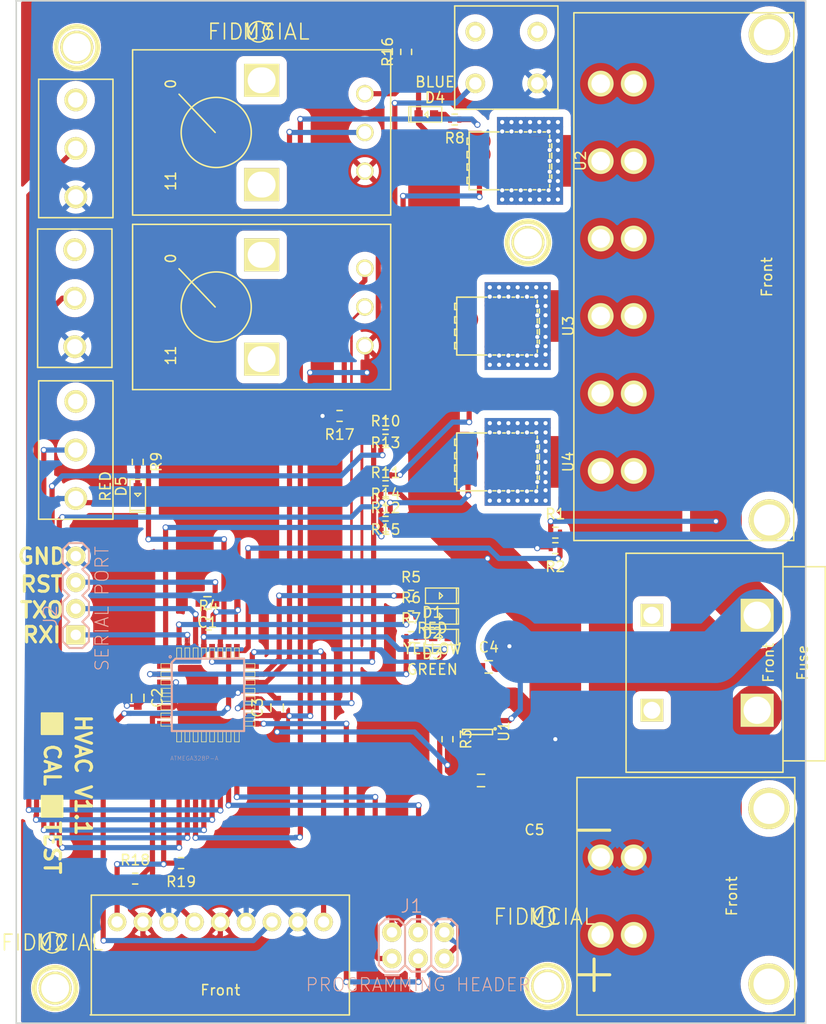
<source format=kicad_pcb>
(kicad_pcb (version 20221018) (generator pcbnew)
  (layers (0 "F.Cu" signal) (31 "B.Cu" signal) (34 "B.Paste" user) (35 "F.Paste" user) (36 "B.SilkS" user "B.Silkscreen") (37 "F.SilkS" user "F.Silkscreen") (38 "B.Mask" user) (39 "F.Mask" user) (44 "Edge.Cuts" user))
  (net 0 "")
  (net 1 "GND")
  (net 2 "BTN_TIMER")
  (net 3 "Net-(C1-Pad1)")
  (net 4 "RST")
  (net 5 "VCC")
  (net 6 "+BATT")
  (net 7 "Net-(D1-PadANOD)")
  (net 8 "Net-(D2-PadANOD)")
  (net 9 "Net-(D3-PadANOD)")
  (net 10 "Net-(D4-PadANOD)")
  (net 11 "Net-(D5-PadANOD)")
  (net 12 "Net-(F1-Pad1)")
  (net 13 "SIGNAL_SWAMP_FAN")
  (net 14 "LED_G")
  (net 15 "TEMP_OUTSIDE")
  (net 16 "TEMP_INSIDE")
  (net 17 "SIGNAL_VENT_FAN")
  (net 18 "SIGNAL_PUMP")
  (net 19 "LED_TIMER")
  (net 20 "SW_SWAMP")
  (net 21 "SW_VENT_OVERRIDE")
  (net 22 "SW_AUTOVENT")
  (net 23 "MOSI")
  (net 24 "MISO")
  (net 25 "SCK")
  (net 26 "POT_VENT_SPEED")
  (net 27 "POT_TEMP_DIFF")
  (net 28 "LED_R")
  (net 29 "AUX")
  (net 30 "BATTERY_VOLTAGE_DIVIDER")
  (net 31 "SW_WATER_LIMIT")
  (net 32 "LED_WATER_LIMIT")
  (net 33 "TXO")
  (net 34 "RXI")
  (net 35 "LED_Y")
  (net 36 "OUT_PUMP")
  (net 37 "OUT_VENT_FAN")
  (net 38 "OUT_SWAMP_FAN")
  (net 39 "Net-(R3-Pad1)")
  (net 40 "Net-(R13-Pad1)")
  (net 41 "Net-(R14-Pad1)")
  (net 42 "Net-(R15-Pad1)")
  (net 43 "Net-(R16-Pad1)")
  (net 44 "Net-(R17-Pad1)")
  (net 45 "Net-(U1-Pad4)")
  (footprint "homebrew:PVA1-OA-H2" (layer "F.Cu") (at 97 42.5 180)
    (fp_text reference "BTN1")
    (fp_text value "SPST")
  )
  (footprint "Capacitors_SMD:C_0603" (layer "F.Cu") (at 68.05 95.3 180)
    (fp_text reference "C1")
    (fp_text value ".1uF")
  )
  (footprint "Capacitors_SMD:C_0603" (layer "F.Cu") (at 61.3 104.5 -90)
    (fp_text reference "C2")
    (fp_text value "0.1uF")
  )
  (footprint "Capacitors_SMD:C_0603" (layer "F.Cu") (at 74.8 105.45 90)
    (fp_text reference "C3")
    (fp_text value "0.1uF")
  )
  (footprint "Capacitors_SMD:C_0603" (layer "F.Cu") (at 95.3 101.5)
    (fp_text reference "C4")
    (fp_text value "1.0uF")
  )
  (footprint "Capacitors_SMD:C_0603" (layer "F.Cu") (at 94.55 112.5)
    (fp_text reference "C5")
    (fp_text value "2.2uF")
  )
  (footprint "MF_LEDs:MF_LEDs-LED0603" (layer "F.Cu") (at 90.670178 94.612208 180)
    (fp_text reference "D1")
    (fp_text value "RED")
  )
  (footprint "MF_LEDs:MF_LEDs-LED0603" (layer "F.Cu") (at 90.670178 96.612208 180)
    (fp_text reference "D2")
    (fp_text value "YELLOW")
  )
  (footprint "MF_LEDs:MF_LEDs-LED0603" (layer "F.Cu") (at 90.670178 98.612208 180)
    (fp_text reference "D3")
    (fp_text value "GREEN")
  )
  (footprint "MF_LEDs:MF_LEDs-LED0603" (layer "F.Cu") (at 89.2507 48)
    (fp_text reference "D4")
    (fp_text value "BLUE")
  )
  (footprint "MF_LEDs:MF_LEDs-LED0603" (layer "F.Cu") (at 61.3 84.8493 90)
    (fp_text reference "D5")
    (fp_text value "RED")
  )
  (footprint "homebrew:FUSE-3550-2" (layer "F.Cu") (at 116.2 101.1 90)
    (fp_text reference "F1")
    (fp_text value "POWER_FUSE")
  )
  (footprint "SparkFun-DigitalIC:TQFP32-08" (layer "F.Cu") (at 68.10112 104.2074)
    (fp_text reference "IC1")
    (fp_text value "ATMEGA328P-A")
  )
  (footprint "SparkFun-Connectors:2X3" (layer "F.Cu") (at 85.92 129.74)
    (fp_text reference "J1")
    (fp_text value "PROGRAMMING HEADER")
  )
  (footprint "SparkFun-Connectors:1X04" (layer "F.Cu") (at 55.3 98.4 90)
    (fp_text reference "J2")
    (fp_text value "SERIAL PORT")
  )
  (footprint "homebrew:1x2-RIGHT_ANGLE-43160-1102" (layer "F.Cu") (at 109.344 123.708 90)
    (fp_text reference "J3")
    (fp_text value "POWER_INPUT")
  )
  (footprint "homebrew:1x6-RIGHT_ANGLE-43160-3106" (layer "F.Cu") (at 109.344 63.764 90)
    (fp_text reference "JP1")
    (fp_text value "PINHD-1X6")
  )
  (footprint "homebrew:1x9-RIGHT_ANGLE-0534260910" (layer "F.Cu") (at 69.3 126.2)
    (fp_text reference "JP2")
    (fp_text value "PINHD-1X9")
  )
  (footprint "Resistors_SMD:R_0402" (layer "F.Cu") (at 101.75 88.5)
    (fp_text reference "R1")
    (fp_text value "10k")
  )
  (footprint "Resistors_SMD:R_0402" (layer "F.Cu") (at 101.75 90 180)
    (fp_text reference "R2")
    (fp_text value "4.7k")
  )
  (footprint "Resistors_SMD:R_0402" (layer "F.Cu") (at 91.3 108.5 -90)
    (fp_text reference "R3")
    (fp_text value "10k")
  )
  (footprint "Resistors_SMD:R_0402" (layer "F.Cu") (at 68.15 97.4)
    (fp_text reference "R4")
    (fp_text value "10k")
  )
  (footprint "Resistors_SMD:R_0402" (layer "F.Cu") (at 87.769478 94.612208)
    (fp_text reference "R5")
    (fp_text value "2.2k")
  )
  (footprint "Resistors_SMD:R_0402" (layer "F.Cu") (at 87.769478 96.612208)
    (fp_text reference "R6")
    (fp_text value "2.2k")
  )
  (footprint "Resistors_SMD:R_0402" (layer "F.Cu") (at 87.769478 98.612208)
    (fp_text reference "R7")
    (fp_text value "2.2k")
  )
  (footprint "Resistors_SMD:R_0402" (layer "F.Cu") (at 92 48.5 180)
    (fp_text reference "R8")
    (fp_text value "3.3k")
  )
  (footprint "Resistors_SMD:R_0402" (layer "F.Cu") (at 61.3 81.65 -90)
    (fp_text reference "R9")
    (fp_text value "2.2k")
  )
  (footprint "Resistors_SMD:R_0402" (layer "F.Cu") (at 85.3 79.5)
    (fp_text reference "R10")
    (fp_text value "10k")
  )
  (footprint "Resistors_SMD:R_0402" (layer "F.Cu") (at 85.3 84.5)
    (fp_text reference "R11")
    (fp_text value "10k")
  )
  (footprint "Resistors_SMD:R_0402" (layer "F.Cu") (at 85.3 87.9)
    (fp_text reference "R12")
    (fp_text value "10k")
  )
  (footprint "Resistors_SMD:R_0402" (layer "F.Cu") (at 85.3 78 180)
    (fp_text reference "R13")
    (fp_text value "220")
  )
  (footprint "Resistors_SMD:R_0402" (layer "F.Cu") (at 85.3 82.95 180)
    (fp_text reference "R14")
    (fp_text value "220")
  )
  (footprint "Resistors_SMD:R_0402" (layer "F.Cu") (at 85.3 86.4 180)
    (fp_text reference "R15")
    (fp_text value "220")
  )
  (footprint "Resistors_SMD:R_0402" (layer "F.Cu") (at 87.3 41.95 90)
    (fp_text reference "R16")
    (fp_text value "1k")
  )
  (footprint "Resistors_SMD:R_0402" (layer "F.Cu") (at 80.85 77.2 180)
    (fp_text reference "R17")
    (fp_text value "1k")
  )
  (footprint "homebrew:PDB12-H4301-103BF" (layer "F.Cu") (at 83.3 66.65 90)
    (fp_text reference "RV1")
    (fp_text value "POT")
  )
  (footprint "homebrew:PDB12-H4301-103BF" (layer "F.Cu") (at 83.3 49.75 90)
    (fp_text reference "RV2")
    (fp_text value "POT")
  )
  (footprint "homebrew:EG2355-ND" (layer "F.Cu") (at 55.3 80.5 90)
    (fp_text reference "SW1")
    (fp_text value "SPST")
  )
  (footprint "homebrew:EG2355-ND" (layer "F.Cu") (at 55.2 65.8 90)
    (fp_text reference "SW2")
    (fp_text value "SPST")
  )
  (footprint "homebrew:EG2355-ND" (layer "F.Cu") (at 55.3 51.3 90)
    (fp_text reference "SW3")
    (fp_text value "SPST")
  )
  (footprint "TO_SOT_Packages_SMD:SOT-23-5" (layer "F.Cu") (at 94.216 107.8 -90)
    (fp_text reference "U1")
    (fp_text value "MIC5225")
  )
  (footprint "TO_SOT_Packages_SMD:SOT-669_LFPAK_ThermalVias-1" (layer "F.Cu") (at 97.3 52.5 -90)
    (fp_text reference "U2")
    (fp_text value "MOSFET_N")
  )
  (footprint "TO_SOT_Packages_SMD:SOT-669_LFPAK_ThermalVias-1" (layer "F.Cu") (at 96.1 68.5 -90)
    (fp_text reference "U3")
    (fp_text value "MOSFET_N")
  )
  (footprint "TO_SOT_Packages_SMD:SOT-669_LFPAK_ThermalVias-1" (layer "F.Cu") (at 96.1 81.65 -90)
    (fp_text reference "U4")
    (fp_text value "MOSFET_N")
  )
  (footprint "homebrew:hole-m2.5" (layer "F.Cu") (at 55.4 41.5)
    (fp_text reference "H1")
    (fp_text value "hole")
  )
  (footprint "homebrew:hole-m2.5" (layer "F.Cu") (at 99.1 60.4)
    (fp_text reference "H2")
    (fp_text value "hole")
  )
  (footprint "homebrew:hole-m2.5" (layer "F.Cu") (at 53.3 132.6)
    (fp_text reference "H3")
    (fp_text value "hole")
  )
  (footprint "homebrew:hole-m2.5" (layer "F.Cu") (at 101 132.4)
    (fp_text reference "H4")
    (fp_text value "hole")
  )
  (footprint "FIDUCIAL_1MM" (layer "F.Cu") (at 100.7 125.7)
    (fp_text reference "M1")
    (fp_text value "FIDUCIAL")
  )
  (footprint "FIDUCIAL_1MM" (layer "F.Cu") (at 53 128.2)
    (fp_text reference "M2")
    (fp_text value "FIDUCIAL")
  )
  (footprint "FIDUCIAL_1MM" (layer "F.Cu") (at 73 40)
    (fp_text reference "M3")
    (fp_text value "FIDUCIAL")
  )
  (footprint "Resistors_SMD:R_0402" (layer "F.Cu") (at 61.05 122)
    (fp_text reference "R18")
    (fp_text value "4.7k")
  )
  (footprint "Resistors_SMD:R_0402" (layer "F.Cu") (at 65.5 120.5 180)
    (fp_text reference "R19")
    (fp_text value "4.7k")
  )
  (gr_line (start 52 116) (end 52 114) (stroke (width 0.2)) (layer "F.SilkS"))
  (gr_line (start 54 108) (end 52 108) (stroke (width 0.2)) (layer "F.SilkS"))
  (gr_line (start 53 106) (end 54 106) (stroke (width 0.2)) (layer "F.SilkS"))
  (gr_line (start 52 106) (end 53 106) (stroke (width 0.2)) (layer "F.SilkS"))
  (gr_line (start 54 106) (end 54 108) (stroke (width 0.2)) (layer "F.SilkS"))
  (gr_line (start 54 114) (end 54 116) (stroke (width 0.2)) (layer "F.SilkS"))
  (gr_line (start 54 116) (end 52 116) (stroke (width 0.2)) (layer "F.SilkS"))
  (gr_line (start 52 114) (end 54 114) (stroke (width 0.2)) (layer "F.SilkS"))
  (gr_line (start 52 108) (end 52 106) (stroke (width 0.2)) (layer "F.SilkS"))
  (gr_line (start 126 37) (end 126 136) (stroke (width 0.15)) (layer "Edge.Cuts"))
  (gr_line (start 49.5 37) (end 125.97 37) (stroke (width 0.15)) (layer "Edge.Cuts"))
  (gr_line (start 126 136) (end 49.53 136) (stroke (width 0.15)) (layer "Edge.Cuts"))
  (gr_line (start 49.53 136) (end 49.53 37) (stroke (width 0.15)) (layer "Edge.Cuts"))
  (gr_text "CAL" (at 53 111 270) (layer "F.SilkS") (effects (font (size 1.5 1.5) (thickness 0.3))))
  (gr_text "TXO" (at 52 96) (layer "F.SilkS") (effects (font (size 1.5 1.5) (thickness 0.3))))
  (gr_text "GND" (at 52 90.8) (layer "F.SilkS") (effects (font (size 1.5 1.5) (thickness 0.3))))
  (gr_text "+" (at 105.5 131) (layer "F.SilkS") (effects (font (size 4 4) (thickness 0.3))))
  (gr_text "RST" (at 52 93.5) (layer "F.SilkS") (effects (font (size 1.5 1.5) (thickness 0.3))))
  (gr_text "-" (at 105.5 117) (layer "F.SilkS") (effects (font (size 4 4) (thickness 0.3))))
  (gr_text "HVAC V1.1" (at 56 112 270) (layer "F.SilkS") (effects (font (size 1.5 1.5) (thickness 0.3))))
  (gr_text "RXI" (at 52 98.4) (layer "F.SilkS") (effects (font (size 1.5 1.5) (thickness 0.3))))
  (gr_text "TEST" (at 53 119 270) (layer "F.SilkS") (effects (font (size 1.5 1.5) (thickness 0.3))))
  (segment (start 89.85 84.5) (end 89.999999 84.5) (width 0.5) (layer "F.Cu") (net 1))
  (segment (start 88.5014 41.9014) (end 88.1 41.5) (width 0.5) (layer "F.Cu") (net 1))
  (segment (start 109.344 119.948) (end 106.144 119.948) (width 5) (layer "F.Cu") (net 1))
  (segment (start 91.3 51.195) (end 91.3 51.265) (width 2) (layer "F.Cu") (net 1))
  (segment (start 90.7 81.015) (end 90.3 80.615) (width 5) (layer "F.Cu") (net 1))
  (segment (start 94.216 105.92) (end 94.216 106.7) (width 0.25) (layer "F.Cu") (net 1))
  (segment (start 91.9 52.135) (end 91.9 51.865) (width 1) (layer "F.Cu") (net 1))
  (segment (start 93.8 111.875) (end 94.216 111.459) (width 0.25) (layer "F.Cu") (net 1))
  (segment (start 92.665 69.135) (end 91.205 67.675) (width 1) (layer "F.Cu") (net 1))
  (segment (start 86.45 87.9) (end 89.85 84.5) (width 0.5) (layer "F.Cu") (net 1))
  (segment (start 74.8 104.675) (end 74.8 104.7) (width 0.25) (layer "F.Cu") (net 1))
  (segment (start 91.419478 98.612208) (end 92.318258 98.612208) (width 0.5) (layer "F.Cu") (net 1))
  (segment (start 89.999999 82.8) (end 89.999999 80.915001) (width 5) (layer "F.Cu") (net 1))
  (segment (start 85.75 87.9) (end 86.45 87.9) (width 0.5) (layer "F.Cu") (net 1))
  (segment (start 97.2 93.014998) (end 95.185002 91) (width 5) (layer "F.Cu") (net 1))
  (segment (start 95.915468 93.014998) (end 97.2 93.014998) (width 0.5) (layer "F.Cu") (net 1))
  (segment (start 94.216 111.459) (end 94.216 107.48) (width 0.25) (layer "F.Cu") (net 1))
  (segment (start 88.5014 48.89878) (end 90.79762 51.195) (width 0.5) (layer "F.Cu") (net 1))
  (segment (start 90.79762 51.195) (end 91.3 51.195) (width 0.5) (layer "F.Cu") (net 1))
  (segment (start 89.75 82.8) (end 89.999999 82.8) (width 0.5) (layer "F.Cu") (net 1))
  (segment (start 101.3 90) (end 100 90) (width 0.25) (layer "F.Cu") (net 1))
  (segment (start 91.9 51.865) (end 94.475 51.865) (width 2) (layer "F.Cu") (net 1))
  (segment (start 94.475 53.135) (end 94.475 50.595) (width 1) (layer "F.Cu") (net 1))
  (segment (start 101.748 97.562998) (end 95.185002 91) (width 0.25) (layer "F.Cu") (net 1))
  (segment (start 93.275 69.135) (end 92.665 69.135) (width 1) (layer "F.Cu") (net 1))
  (segment (start 88.5014 48) (end 88.5014 48.89878) (width 0.5) (layer "F.Cu") (net 1))
  (segment (start 91.419478 96.612208) (end 92.318258 96.612208) (width 0.5) (layer "F.Cu") (net 1))
  (segment (start 101.748 108.5) (end 101.748 115.552) (width 5) (layer "F.Cu") (net 1))
  (segment (start 90.545 79.745) (end 90.3 79.5) (width 2) (layer "F.Cu") (net 1))
  (segment (start 88.1 41.5) (end 87.3 41.5) (width 0.5) (layer "F.Cu") (net 1))
  (segment (start 91.419478 94.612208) (end 92.318258 94.612208) (width 0.5) (layer "F.Cu") (net 1))
  (segment (start 93.275 82.285) (end 93.275 79.745) (width 1) (layer "F.Cu") (net 1))
  (segment (start 93.275 81.015) (end 90.7 81.015) (width 2) (layer "F.Cu") (net 1))
  (segment (start 72.39372 103.80862) (end 73.90862 103.80862) (width 0.5) (layer "F.Cu") (net 1))
  (segment (start 89.999999 84.5) (end 89.999999 82.8) (width 5) (layer "F.Cu") (net 1))
  (segment (start 93.915468 93.014998) (end 97.2 93.014998) (width 0.5) (layer "F.Cu") (net 1))
  (segment (start 92.9 53.135) (end 91.9 52.135) (width 1) (layer "F.Cu") (net 1))
  (segment (start 63.80852 103.00852) (end 64.99148 103.00852) (width 0.25) (layer "F.Cu") (net 1))
  (segment (start 88.5014 48) (end 88.5014 41.9014) (width 0.5) (layer "F.Cu") (net 1))
  (segment (start 89.999999 69) (end 89.999999 53.765001) (width 5) (layer "F.Cu") (net 1))
  (segment (start 94.55 102.125) (end 94.216 102.459) (width 0.25) (layer "F.Cu") (net 1))
  (segment (start 91.7 82.285) (end 90.3 80.885) (width 1) (layer "F.Cu") (net 1))
  (segment (start 93.275 69.135) (end 90.134999 69.135) (width 0.25) (layer "F.Cu") (net 1))
  (segment (start 86.45 84.5) (end 87.764997 85.814997) (width 0.5) (layer "F.Cu") (net 1))
  (segment (start 91.205 67.675) (end 91.205 66.595) (width 1) (layer "F.Cu") (net 1))
  (segment (start 55.6986 85.5986) (end 55.3 85.2) (width 0.5) (layer "F.Cu") (net 1))
  (segment (start 92.318258 94.612208) (end 93.915468 93.014998) (width 0.5) (layer "F.Cu") (net 1))
  (segment (start 94.216 102.459) (end 94.216 104.5) (width 0.25) (layer "F.Cu") (net 1))
  (segment (start 97.2 93.730466) (end 97.2 93.014998) (width 0.5) (layer "F.Cu") (net 1))
  (segment (start 101.748 97.562998) (end 97.2 93.014998) (width 5) (layer "F.Cu") (net 1))
  (segment (start 91.9 50.595) (end 91.3 51.195) (width 2) (layer "F.Cu") (net 1))
  (segment (start 92.318258 96.612208) (end 95.915468 93.014998) (width 0.5) (layer "F.Cu") (net 1))
  (segment (start 61.94382 104.60618) (end 61.3 105.25) (width 0.5) (layer "F.Cu") (net 1))
  (segment (start 72.39372 103.80862) (end 71.19138 103.80862) (width 0.5) (layer "F.Cu") (net 1))
  (segment (start 90.3 80.885) (end 90.3 79.5) (width 1) (layer "F.Cu") (net 1))
  (segment (start 92.318258 98.612208) (end 97.2 93.730466) (width 0.5) (layer "F.Cu") (net 1))
  (segment (start 89.999999 53.765001) (end 91.9 51.865) (width 5) (layer "F.Cu") (net 1))
  (segment (start 94.475 53.135) (end 92.9 53.135) (width 1) (layer "F.Cu") (net 1))
  (segment (start 93.8 112.5) (end 93.8 111.875) (width 0.25) (layer "F.Cu") (net 1))
  (segment (start 91.3 51.265) (end 91.9 51.865) (width 2) (layer "F.Cu") (net 1))
  (segment (start 89.999999 80.314999) (end 89.999999 79.5) (width 5) (layer "F.Cu") (net 1))
  (segment (start 89.999999 72.915001) (end 89.999999 69) (width 5) (layer "F.Cu") (net 1))
  (segment (start 94.216 104.5) (end 97.748 104.5) (width 2) (layer "F.Cu") (net 1))
  (segment (start 93.275 82.285) (end 91.7 82.285) (width 1) (layer "F.Cu") (net 1))
  (segment (start 90.134999 69.135) (end 89.999999 69) (width 0.25) (layer "F.Cu") (net 1))
  (segment (start 101.748 108.5) (end 101.748 97.562998) (width 5) (layer "F.Cu") (net 1))
  (segment (start 97.748 104.5) (end 101.748 108.5) (width 2) (layer "F.Cu") (net 1))
  (segment (start 80.4 77.2) (end 79.2 77.2) (width 0.25) (layer "F.Cu") (net 1))
  (segment (start 85.75 84.5) (end 86.45 84.5) (width 0.5) (layer "F.Cu") (net 1))
  (segment (start 89.314996 86.5) (end 89.999999 85.814997) (width 0.5) (layer "F.Cu") (net 1))
  (segment (start 94.216 104.5) (end 94.216 105.92) (width 0.25) (layer "F.Cu") (net 1))
  (segment (start 89.999999 79.5) (end 89.999999 72.915001) (width 5) (layer "F.Cu") (net 1))
  (segment (start 64.99148 103.00852) (end 65 103) (width 0.25) (layer "F.Cu") (net 1))
  (segment (start 95.185002 91) (end 89.999999 85.814997) (width 5) (layer "F.Cu") (net 1))
  (segment (start 61.3 105.25) (end 60.25 105.25) (width 0.25) (layer "F.Cu") (net 1))
  (segment (start 86.45 79.5) (end 89.75 82.8) (width 0.5) (layer "F.Cu") (net 1))
  (segment (start 71.19138 103.80862) (end 71 104) (width 0.5) (layer "F.Cu") (net 1))
  (segment (start 90.3 80.615) (end 90.3 79.5) (width 2) (layer "F.Cu") (net 1))
  (segment (start 94.475 50.595) (end 91.9 50.595) (width 2) (layer "F.Cu") (net 1))
  (segment (start 85.75 79.5) (end 86.45 79.5) (width 0.5) (layer "F.Cu") (net 1))
  (segment (start 101.748 115.552) (end 106.144 119.948) (width 5) (layer "F.Cu") (net 1))
  (segment (start 93.275 67.865) (end 90.7 67.865) (width 2) (layer "F.Cu") (net 1))
  (segment (start 89.999999 80.915001) (end 90.3 80.615) (width 5) (layer "F.Cu") (net 1))
  (segment (start 94.216 107.48) (end 94.216 106.7) (width 0.25) (layer "F.Cu") (net 1))
  (segment (start 90.7 67.865) (end 90.3 67.465) (width 2) (layer "F.Cu") (net 1))
  (segment (start 63.80852 104.60618) (end 61.94382 104.60618) (width 0.5) (layer "F.Cu") (net 1))
  (segment (start 61.3 85.5986) (end 55.6986 85.5986) (width 0.5) (layer "F.Cu") (net 1))
  (segment (start 93.275 66.595) (end 91.205 66.595) (width 1) (layer "F.Cu") (net 1))
  (segment (start 87.764997 85.814997) (end 89.999999 85.814997) (width 0.5) (layer "F.Cu") (net 1))
  (segment (start 73.90862 103.80862) (end 74.8 104.7) (width 0.5) (layer "F.Cu") (net 1))
  (segment (start 93.275 79.745) (end 90.545 79.745) (width 2) (layer "F.Cu") (net 1))
  (segment (start 94.55 101.5) (end 94.55 102.125) (width 0.25) (layer "F.Cu") (net 1))
  (segment (start 89.999999 85.814997) (end 89.999999 84.5) (width 5) (layer "F.Cu") (net 1))
  (via (at 95.185002 91) (size 0.6) (drill 0.4) (layers "F.Cu" "B.Cu") (net 1))
  (via (at 100 90) (size 0.6) (drill 0.4) (layers "F.Cu" "B.Cu") (net 1))
  (via (at 79.2 77.2) (size 0.6) (drill 0.4) (layers "F.Cu" "B.Cu") (net 1))
  (via (at 101.748 108.5) (size 0.6) (drill 0.4) (layers "F.Cu" "B.Cu") (net 1))
  (via (at 60.25 105.25) (size 0.6) (drill 0.4) (layers "F.Cu" "B.Cu") (net 1))
  (via (at 65 103) (size 0.6) (drill 0.4) (layers "F.Cu" "B.Cu") (net 1))
  (via (at 71 104) (size 0.6) (drill 0.4) (layers "F.Cu" "B.Cu") (net 1))
  (segment (start 74.8 124.2) (end 76.8 126.2) (width 0.5) (layer "B.Cu") (net 1))
  (segment (start 60 105) (end 60.25 105.25) (width 0.25) (layer "B.Cu") (net 1))
  (segment (start 65 103) (end 65 103.5) (width 0.5) (layer "B.Cu") (net 1))
  (segment (start 71.8 126.2) (end 71.8 124.2) (width 0.5) (layer "B.Cu") (net 1))
  (segment (start 55.3 90.78) (end 56.239799 89.840201) (width 0.5) (layer "B.Cu") (net 1))
  (segment (start 71.8 124.2) (end 74.8 124.2) (width 0.5) (layer "B.Cu") (net 1))
  (segment (start 64.3 126.2) (end 64.3 123.8) (width 0.5) (layer "B.Cu") (net 1))
  (segment (start 53.744366 85.2) (end 53.444366 85.5) (width 0.5) (layer "B.Cu") (net 1))
  (segment (start 100 90) (end 100 89) (width 0.25) (layer "B.Cu") (net 1))
  (segment (start 65 103) (end 65 104) (width 0.25) (layer "B.Cu") (net 1))
  (segment (start 56.239799 89.840201) (end 56.659799 89.840201) (width 0.5) (layer "B.Cu") (net 1))
  (segment (start 60.25 105.25) (end 60.25 104.25) (width 0.5) (layer "B.Cu") (net 1))
  (segment (start 55.3 85.2) (end 53.744366 85.2) (width 0.5) (layer "B.Cu") (net 1))
  (segment (start 84 99.99998) (end 84.14999 99.84999) (width 0.5) (layer "F.Cu") (net 2))
  (segment (start 68.4999 100.9999) (end 68.5 101) (width 0.5) (layer "F.Cu") (net 2))
  (segment (start 86.2 75.339998) (end 84.14999 77.390008) (width 0.5) (layer "F.Cu") (net 2))
  (segment (start 84 101) (end 84 99.99998) (width 0.5) (layer "F.Cu") (net 2))
  (segment (start 84.14999 77.390008) (end 84.14999 99.84999) (width 0.5) (layer "F.Cu") (net 2))
  (segment (start 68.4999 99.9148) (end 68.4999 100.9999) (width 0.5) (layer "F.Cu") (net 2))
  (segment (start 86.2 46.9) (end 86.2 75.339998) (width 0.5) (layer "F.Cu") (net 2))
  (via (at 86.2 46.9) (size 0.6) (drill 0.4) (layers "F.Cu" "B.Cu") (net 2))
  (via (at 84 101) (size 0.6) (drill 0.4) (layers "F.Cu" "B.Cu") (net 2))
  (via (at 68.5 101) (size 0.6) (drill 0.4) (layers "F.Cu" "B.Cu") (net 2))
  (segment (start 86.2 46.9) (end 92.1 46.9) (width 0.5) (layer "B.Cu") (net 2))
  (segment (start 92.1 46.9) (end 94 45) (width 0.5) (layer "B.Cu") (net 2))
  (segment (start 68.5 101) (end 84 101) (width 0.5) (layer "B.Cu") (net 2))
  (segment (start 68.8 95.3) (end 68.8 93.3) (width 0.5) (layer "F.Cu") (net 3))
  (via (at 68.8 93.3) (size 0.6) (drill 0.4) (layers "F.Cu" "B.Cu") (net 3))
  (segment (start 55.32 93.3) (end 55.3 93.32) (width 0.5) (layer "B.Cu") (net 3))
  (segment (start 68.8 93.3) (end 55.32 93.3) (width 0.5) (layer "B.Cu") (net 3))
  (segment (start 92.389801 126.532895) (end 92.389801 128.350199) (width 0.5) (layer "F.Cu") (net 4))
  (segment (start 67.70234 99.9148) (end 67.70234 98.6) (width 0.5) (layer "F.Cu") (net 4))
  (segment (start 91 99.8) (end 91 100.224264) (width 0.5) (layer "F.Cu") (net 4))
  (segment (start 90.549999 100.674265) (end 90.549999 124.693093) (width 0.5) (layer "F.Cu") (net 4))
  (segment (start 67.7 97.4) (end 67.7 95.7) (width 0.5) (layer "F.Cu") (net 4))
  (segment (start 67.7 95.7) (end 67.3 95.3) (width 0.5) (layer "F.Cu") (net 4))
  (segment (start 67.70234 98.6) (end 67.70234 97.40234) (width 0.5) (layer "F.Cu") (net 4))
  (segment (start 91.939799 128.800201) (end 91 129.74) (width 0.5) (layer "F.Cu") (net 4))
  (segment (start 92.389801 128.350199) (end 91.939799 128.800201) (width 0.5) (layer "F.Cu") (net 4))
  (segment (start 67.70234 97.40234) (end 67.7 97.4) (width 0.5) (layer "F.Cu") (net 4))
  (segment (start 67.7 97.3) (end 67.7 97.4) (width 0.5) (layer "F.Cu") (net 4))
  (segment (start 90.549999 124.693093) (end 92.389801 126.532895) (width 0.5) (layer "F.Cu") (net 4))
  (segment (start 91 100.224264) (end 90.549999 100.674265) (width 0.5) (layer "F.Cu") (net 4))
  (via (at 91 99.8) (size 0.6) (drill 0.4) (layers "F.Cu" "B.Cu") (net 4))
  (via (at 67.70234 98.6) (size 0.6) (drill 0.4) (layers "F.Cu" "B.Cu") (net 4))
  (segment (start 85.4 98.6) (end 86.6 99.8) (width 0.5) (layer "B.Cu") (net 4))
  (segment (start 86.6 99.8) (end 91 99.8) (width 0.5) (layer "B.Cu") (net 4))
  (segment (start 67.70234 98.6) (end 85.4 98.6) (width 0.5) (layer "B.Cu") (net 4))
  (segment (start 64.893521 103.966779) (end 64.893521 105.245581) (width 0.5) (layer "F.Cu") (net 5))
  (segment (start 91.3 111) (end 91.3 111.585002) (width 0.5) (layer "F.Cu") (net 5))
  (segment (start 62 127.672792) (end 62 129) (width 0.5) (layer "F.Cu") (net 5))
  (segment (start 65.95 122.85) (end 69.3 126.2) (width 0.5) (layer "F.Cu") (net 5))
  (segment (start 96.5 112.5) (end 97 112) (width 0.5) (layer "F.Cu") (net 5))
  (segment (start 91.3 108.95) (end 91.3 111) (width 0.5) (layer "F.Cu") (net 5))
  (segment (start 84.600001 69.099999) (end 84.149999 69.550001) (width 0.5) (layer "F.Cu") (net 5))
  (segment (start 85.92 127.2) (end 85.92 125.58) (width 0.5) (layer "F.Cu") (net 5))
  (segment (start 95.3 109.034) (end 95.166 108.9) (width 0.5) (layer "F.Cu") (net 5))
  (segment (start 61.8 127.472792) (end 62 127.672792) (width 0.5) (layer "F.Cu") (net 5))
  (segment (start 69.3 126.2) (end 69.3 127.472792) (width 0.5) (layer "F.Cu") (net 5))
  (segment (start 72.39372 106.20638) (end 74.79362 106.20638) (width 0.5) (layer "F.Cu") (net 5))
  (segment (start 65.95 120.5) (end 65.95 120.6) (width 0.5) (layer "F.Cu") (net 5))
  (segment (start 84.149999 69.550001) (end 83.3 70.4) (width 0.5) (layer "F.Cu") (net 5))
  (segment (start 74.8 106.2) (end 74.8 106.12746) (width 0.25) (layer "F.Cu") (net 5))
  (segment (start 60.6 125) (end 61.8 126.2) (width 0.5) (layer "F.Cu") (net 5))
  (segment (start 91.3 111.585002) (end 93.089998 113.375) (width 0.5) (layer "F.Cu") (net 5))
  (segment (start 95.3 112.5) (end 96.5 112.5) (width 0.5) (layer "F.Cu") (net 5))
  (segment (start 63.7499 103.75) (end 63.80852 103.80862) (width 0.5) (layer "F.Cu") (net 5))
  (segment (start 95.275 112.5) (end 95.3 112.5) (width 0.5) (layer "F.Cu") (net 5))
  (segment (start 74.79362 106.20638) (end 74.8 106.2) (width 0.5) (layer "F.Cu") (net 5))
  (segment (start 85.92 127.2) (end 86.859799 126.260201) (width 0.5) (layer "F.Cu") (net 5))
  (segment (start 69.5 128) (end 69.5 128.5) (width 0.5) (layer "F.Cu") (net 5))
  (segment (start 71 96) (end 71 95.5) (width 0.5) (layer "F.Cu") (net 5))
  (segment (start 68.6 97.4) (end 68.6 96.474993) (width 0.5) (layer "F.Cu") (net 5))
  (segment (start 69.272792 127.772792) (end 69.5 128) (width 0.5) (layer "F.Cu") (net 5))
  (segment (start 94.4 113.375) (end 95.275 112.5) (width 0.5) (layer "F.Cu") (net 5))
  (segment (start 86.859799 125.859799) (end 86.719598 126) (width 0.5) (layer "F.Cu") (net 5))
  (segment (start 72.39372 104.60618) (end 73.20618 104.60618) (width 0.5) (layer "F.Cu") (net 5))
  (segment (start 68.6 96.474993) (end 68.899991 96.175002) (width 0.5) (layer "F.Cu") (net 5))
  (segment (start 71 96) (end 71 86.5) (width 0.5) (layer "F.Cu") (net 5))
  (segment (start 61.3 103.75) (end 63.7499 103.75) (width 0.5) (layer "F.Cu") (net 5))
  (segment (start 95.166 112.366) (end 95.3 112.5) (width 0.25) (layer "F.Cu") (net 5))
  (segment (start 73.20618 104.60618) (end 74.8 106.2) (width 0.5) (layer "F.Cu") (net 5))
  (segment (start 72.4001 106.2) (end 72.39372 106.20638) (width 0.25) (layer "F.Cu") (net 5))
  (segment (start 64.732822 105.40628) (end 63.80852 105.40628) (width 0.5) (layer "F.Cu") (net 5))
  (segment (start 61.3 103.75) (end 58.75 103.75) (width 0.5) (layer "F.Cu") (net 5))
  (segment (start 83.5 70.6) (end 83.3 70.4) (width 0.5) (layer "F.Cu") (net 5))
  (segment (start 64.735362 103.80862) (end 64.893521 103.966779) (width 0.5) (layer "F.Cu") (net 5))
  (segment (start 78 106.24999) (end 78 73) (width 0.5) (layer "F.Cu") (net 5))
  (segment (start 83.5 73) (end 83.5 70.6) (width 0.5) (layer "F.Cu") (net 5))
  (segment (start 74.8 106.2) (end 75.95001 106.2) (width 0.5) (layer "F.Cu") (net 5))
  (segment (start 95.3 112.5) (end 95.3 109.034) (width 0.5) (layer "F.Cu") (net 5))
  (segment (start 60.6 122) (end 60.6 125) (width 0.5) (layer "F.Cu") (net 5))
  (segment (start 58.75 103.75) (end 58.5 104) (width 0.5) (layer "F.Cu") (net 5))
  (segment (start 74.8 106.2) (end 74.8 107.8) (width 0.5) (layer "F.Cu") (net 5))
  (segment (start 86.859799 126.260201) (end 86.859799 125.859799) (width 0.5) (layer "F.Cu") (net 5))
  (segment (start 69 127.772792) (end 69.272792 127.772792) (width 0.5) (layer "F.Cu") (net 5))
  (segment (start 86 125.5) (end 86.5 126) (width 0.5) (layer "F.Cu") (net 5))
  (segment (start 63.80852 103.80862) (end 64.735362 103.80862) (width 0.5) (layer "F.Cu") (net 5))
  (segment (start 83.3 53.5) (end 84.600001 54.800001) (width 0.5) (layer "F.Cu") (net 5))
  (segment (start 93.089998 113.375) (end 94.4 113.375) (width 0.5) (layer "F.Cu") (net 5))
  (segment (start 86.719598 126) (end 86.5 126) (width 0.5) (layer "F.Cu") (net 5))
  (segment (start 84.600001 54.800001) (end 84.600001 69.099999) (width 0.5) (layer "F.Cu") (net 5))
  (segment (start 65.95 120.5) (end 65.95 122.85) (width 0.5) (layer "F.Cu") (net 5))
  (segment (start 75.95001 106.2) (end 76 106.24999) (width 0.5) (layer "F.Cu") (net 5))
  (segment (start 69.3 127.472792) (end 69 127.772792) (width 0.5) (layer "F.Cu") (net 5))
  (segment (start 61.8 126.2) (end 61.8 127.472792) (width 0.5) (layer "F.Cu") (net 5))
  (segment (start 64.893521 105.245581) (end 64.732822 105.40628) (width 0.5) (layer "F.Cu") (net 5))
  (via (at 71 96) (size 0.6) (drill 0.4) (layers "F.Cu" "B.Cu") (net 5))
  (via (at 74.8 107.8) (size 0.6) (drill 0.4) (layers "F.Cu" "B.Cu") (net 5))
  (via (at 78 73) (size 0.6) (drill 0.4) (layers "F.Cu" "B.Cu") (net 5))
  (via (at 78 106.24999) (size 0.6) (drill 0.4) (layers "F.Cu" "B.Cu") (net 5))
  (via (at 68.899991 96.175002) (size 0.6) (drill 0.4) (layers "F.Cu" "B.Cu") (net 5))
  (via (at 76 106.24999) (size 0.6) (drill 0.4) (layers "F.Cu" "B.Cu") (net 5))
  (via (at 83.5 73) (size 0.6) (drill 0.4) (layers "F.Cu" "B.Cu") (net 5))
  (via (at 91.3 111) (size 0.6) (drill 0.4) (layers "F.Cu" "B.Cu") (net 5))
  (segment (start 88.1 107.8) (end 91.3 111) (width 0.5) (layer "B.Cu") (net 5))
  (segment (start 70.824998 96.175002) (end 71 96) (width 0.5) (layer "B.Cu") (net 5))
  (segment (start 76 106.24999) (end 78 106.24999) (width 0.5) (layer "B.Cu") (net 5))
  (segment (start 78 73) (end 83.5 73) (width 0.5) (layer "B.Cu") (net 5))
  (segment (start 74.8 107.8) (end 88.1 107.8) (width 0.5) (layer "B.Cu") (net 5))
  (segment (start 68.899991 96.175002) (end 70.824998 96.175002) (width 0.5) (layer "B.Cu") (net 5))
  (segment (start 117.3 92.5) (end 121.3 96.5) (width 5) (layer "F.Cu") (net 6))
  (segment (start 116.82 82.5) (end 117.3 82.5) (width 5) (layer "F.Cu") (net 6))
  (segment (start 117.3 82.5) (end 117.3 87.5) (width 5) (layer "F.Cu") (net 6))
  (segment (start 96.05 100.75) (end 97.3 99.5) (width 1) (layer "F.Cu") (net 6))
  (segment (start 117.3 87.4) (end 117.3 87.5) (width 0.5) (layer "F.Cu") (net 6))
  (segment (start 109.344 75.024) (end 116.82 82.5) (width 5) (layer "F.Cu") (net 6))
  (segment (start 117.3 52.98) (end 109.344 45.024) (width 5) (layer "F.Cu") (net 6))
  (segment (start 109.344 45.024) (end 106.144 45.024) (width 5) (layer "F.Cu") (net 6))
  (segment (start 117.3 66.212234) (end 117.3 67.5) (width 5) (layer "F.Cu") (net 6))
  (segment (start 106.144 75.024) (end 109.344 75.024) (width 5) (layer "F.Cu") (net 6))
  (segment (start 117.3 87.5) (end 117.3 92.5) (width 5) (layer "F.Cu") (net 6))
  (segment (start 117.3 67.5) (end 117.3 52.98) (width 5) (layer "F.Cu") (net 6))
  (segment (start 106.144 60.024) (end 109.344 60.024) (width 5) (layer "F.Cu") (net 6))
  (segment (start 95.166 106.7) (end 97.3 106.7) (width 0.5) (layer "F.Cu") (net 6))
  (segment (start 97.3 106.7) (end 97.5 106.5) (width 0.5) (layer "F.Cu") (net 6))
  (segment (start 109.344 60.024) (end 111.111766 60.024) (width 5) (layer "F.Cu") (net 6))
  (segment (start 117.3 82.5) (end 117.3 67.5) (width 5) (layer "F.Cu") (net 6))
  (segment (start 96.05 101.5) (end 96.05 100.75) (width 1) (layer "F.Cu") (net 6))
  (segment (start 101.3 88.5) (end 101.3 87.4) (width 0.5) (layer "F.Cu") (net 6))
  (segment (start 111.111766 60.024) (end 117.3 66.212234) (width 5) (layer "F.Cu") (net 6))
  (via (at 97.5 106.5) (size 0.6) (drill 0.4) (layers "F.Cu" "B.Cu") (net 6))
  (via (at 97.3 99.5) (size 0.6) (drill 0.4) (layers "F.Cu" "B.Cu") (net 6))
  (via (at 117.3 87.4) (size 0.6) (drill 0.4) (layers "F.Cu" "B.Cu") (net 6))
  (via (at 101.3 87.4) (size 0.6) (drill 0.4) (layers "F.Cu" "B.Cu") (net 6))
  (segment (start 101.3 87.4) (end 101.724264 87.4) (width 0.5) (layer "B.Cu") (net 6))
  (segment (start 98.356001 105.643999) (end 98.356001 100.556001) (width 0.5) (layer "B.Cu") (net 6))
  (segment (start 98.356001 100.556001) (end 117.243999 100.556001) (width 5) (layer "B.Cu") (net 6))
  (segment (start 101.724264 87.4) (end 117.3 87.4) (width 0.5) (layer "B.Cu") (net 6))
  (segment (start 97.5 106.5) (end 98.356001 105.643999) (width 0.5) (layer "B.Cu") (net 6))
  (segment (start 117.243999 100.556001) (end 121.3 96.5) (width 5) (layer "B.Cu") (net 6))
  (segment (start 97.3 99.5) (end 98.356001 100.556001) (width 5) (layer "B.Cu") (net 6))
  (segment (start 88.219478 94.612208) (end 89.920878 94.612208) (width 0.5) (layer "F.Cu") (net 7))
  (segment (start 88.219478 96.612208) (end 89.920878 96.612208) (width 0.5) (layer "F.Cu") (net 8))
  (segment (start 89.920878 98.612208) (end 88.219478 98.612208) (width 0.5) (layer "F.Cu") (net 9))
  (segment (start 90 48) (end 91.05 48) (width 0.5) (layer "F.Cu") (net 10))
  (segment (start 91.05 48) (end 91.55 48.5) (width 0.5) (layer "F.Cu") (net 10))
  (segment (start 61.3 84.1) (end 61.3 82.1) (width 0.5) (layer "F.Cu") (net 11))
  (segment (start 113.248 127.448) (end 109.344 127.448) (width 5) (layer "F.Cu") (net 12))
  (segment (start 117.3 123.5) (end 113.3 127.5) (width 5) (layer "F.Cu") (net 12))
  (segment (start 109.344 127.448) (end 106.144 127.448) (width 5) (layer "F.Cu") (net 12))
  (segment (start 117.3 109.7) (end 117.3 123.5) (width 5) (layer "F.Cu") (net 12))
  (segment (start 121.3 105.7) (end 117.3 109.7) (width 5) (layer "F.Cu") (net 12))
  (segment (start 113.3 127.5) (end 113.248 127.448) (width 5) (layer "F.Cu") (net 12))
  (segment (start 64 101.21684) (end 63.80852 101.40832) (width 0.5) (layer "F.Cu") (net 13))
  (segment (start 84.85 87.9) (end 84.85 86.4) (width 0.5) (layer "F.Cu") (net 13))
  (segment (start 84.85 87.9) (end 84.9 88.85) (width 0.5) (layer "F.Cu") (net 13))
  (segment (start 84.85 88.85) (end 84.9 88.85) (width 0.5) (layer "F.Cu") (net 13))
  (segment (start 64 88) (end 64 101.21684) (width 0.5) (layer "F.Cu") (net 13))
  (via (at 64 88) (size 0.6) (drill 0.4) (layers "F.Cu" "B.Cu") (net 13))
  (via (at 84.9 88.85) (size 0.6) (drill 0.4) (layers "F.Cu" "B.Cu") (net 13))
  (segment (start 84.9 88.85) (end 84.05 88) (width 0.5) (layer "B.Cu") (net 13))
  (segment (start 84.05 88) (end 64 88) (width 0.5) (layer "B.Cu") (net 13))
  (segment (start 62.50842 102.20842) (end 62.5 102.2) (width 0.5) (layer "F.Cu") (net 14))
  (segment (start 87.3 98.631686) (end 87.319478 98.612208) (width 0.5) (layer "F.Cu") (net 14))
  (segment (start 63.80852 102.20842) (end 62.50842 102.20842) (width 0.5) (layer "F.Cu") (net 14))
  (segment (start 87.3 102.2) (end 87.3 98.631686) (width 0.5) (layer "F.Cu") (net 14))
  (via (at 62.5 102.2) (size 0.6) (drill 0.4) (layers "F.Cu" "B.Cu") (net 14))
  (via (at 87.3 102.2) (size 0.6) (drill 0.4) (layers "F.Cu" "B.Cu") (net 14))
  (segment (start 62.5 102.2) (end 87.3 102.2) (width 0.5) (layer "B.Cu") (net 14))
  (segment (start 62.723519 122.123519) (end 65.900001 125.300001) (width 0.5) (layer "F.Cu") (net 15))
  (segment (start 62.723519 120.676481) (end 62.723519 120.5) (width 0.5) (layer "F.Cu") (net 15))
  (segment (start 61.5 122) (end 61.5 121.9) (width 0.5) (layer "F.Cu") (net 15))
  (segment (start 62.723519 106.367079) (end 62.723519 120.5) (width 0.5) (layer "F.Cu") (net 15))
  (segment (start 62.884218 106.20638) (end 62.723519 106.367079) (width 0.5) (layer "F.Cu") (net 15))
  (segment (start 65.900001 125.300001) (end 66.8 126.2) (width 0.5) (layer "F.Cu") (net 15))
  (segment (start 61.5 121.9) (end 62.723519 120.676481) (width 0.5) (layer "F.Cu") (net 15))
  (segment (start 63.80852 106.20638) (end 62.884218 106.20638) (width 0.5) (layer "F.Cu") (net 15))
  (segment (start 62.723519 120.5) (end 62.723519 121) (width 0.5) (layer "F.Cu") (net 15))
  (segment (start 62.723519 121) (end 62.723519 122.123519) (width 0.5) (layer "F.Cu") (net 15))
  (segment (start 62.723519 121.476481) (end 62.723519 121) (width 0.5) (layer "F.Cu") (net 15))
  (segment (start 63.80852 107.00648) (end 63.80852 120.59148) (width 0.5) (layer "F.Cu") (net 16))
  (segment (start 63.80852 120.59148) (end 63.8 120.6) (width 0.5) (layer "F.Cu") (net 16))
  (segment (start 65.05 120.5) (end 63.9 120.5) (width 0.5) (layer "F.Cu") (net 16))
  (segment (start 59.3 120.6) (end 59.3 126.2) (width 0.5) (layer "F.Cu") (net 16))
  (segment (start 63.9 120.5) (end 63.8 120.6) (width 0.5) (layer "F.Cu") (net 16))
  (via (at 59.3 120.6) (size 0.6) (drill 0.4) (layers "F.Cu" "B.Cu") (net 16))
  (via (at 63.8 120.6) (size 0.6) (drill 0.4) (layers "F.Cu" "B.Cu") (net 16))
  (segment (start 63.8 120.6) (end 59.3 120.6) (width 0.5) (layer "B.Cu") (net 16))
  (segment (start 84.85 84.5) (end 84.85 85.499999) (width 0.5) (layer "F.Cu") (net 17))
  (segment (start 54 87) (end 53.700001 87.299999) (width 0.5) (layer "F.Cu") (net 17))
  (segment (start 65.30204 108.5) (end 65.30204 119) (width 0.5) (layer "F.Cu") (net 17))
  (segment (start 53.700001 87.299999) (end 53.700001 118.700001) (width 0.5) (layer "F.Cu") (net 17))
  (segment (start 53.700001 118.700001) (end 54 119) (width 0.5) (layer "F.Cu") (net 17))
  (segment (start 84.85 82.95) (end 84.85 84.5) (width 0.5) (layer "F.Cu") (net 17))
  (segment (start 84.85 85.499999) (end 84.949999 85.599998) (width 0.5) (layer "F.Cu") (net 17))
  (via (at 54 119) (size 0.6) (drill 0.4) (layers "F.Cu" "B.Cu") (net 17))
  (via (at 65.30204 119) (size 0.6) (drill 0.4) (layers "F.Cu" "B.Cu") (net 17))
  (via (at 54 87) (size 0.6) (drill 0.4) (layers "F.Cu" "B.Cu") (net 17))
  (via (at 84.949999 85.599998) (size 0.6) (drill 0.4) (layers "F.Cu" "B.Cu") (net 17))
  (segment (start 54 119) (end 65.30204 119) (width 0.5) (layer "B.Cu") (net 17))
  (segment (start 84.949999 85.599998) (end 84.549997 86) (width 0.5) (layer "B.Cu") (net 17))
  (segment (start 83 86) (end 82 87) (width 0.5) (layer "B.Cu") (net 17))
  (segment (start 82 87) (end 54 87) (width 0.5) (layer "B.Cu") (net 17))
  (segment (start 84.549997 86) (end 83 86) (width 0.5) (layer "B.Cu") (net 17))
  (segment (start 84.85 80.85) (end 85 81) (width 0.5) (layer "F.Cu") (net 18))
  (segment (start 53 118) (end 53 118.000001) (width 0.5) (layer "F.Cu") (net 18))
  (segment (start 53 84) (end 53 118.000001) (width 0.5) (layer "F.Cu") (net 18))
  (segment (start 53 118.000001) (end 52.949991 118.05001) (width 0.5) (layer "F.Cu") (net 18))
  (segment (start 84.85 79.5) (end 84.85 80.85) (width 0.5) (layer "F.Cu") (net 18))
  (segment (start 66.10214 108.5) (end 66.099997 118.05001) (width 0.5) (layer "F.Cu") (net 18))
  (segment (start 84.85 78) (end 84.85 79.5) (width 0.5) (layer "F.Cu") (net 18))
  (via (at 85 81) (size 0.6) (drill 0.4) (layers "F.Cu" "B.Cu") (net 18))
  (via (at 66.099997 118.05001) (size 0.6) (drill 0.4) (layers "F.Cu" "B.Cu") (net 18))
  (via (at 53 84) (size 0.6) (drill 0.4) (layers "F.Cu" "B.Cu") (net 18))
  (via (at 52.949991 118.05001) (size 0.6) (drill 0.4) (layers "F.Cu" "B.Cu") (net 18))
  (via (at 52.949991 118.05001) (size 0.6) (drill 0.4) (layers "F.Cu" "B.Cu") (net 18))
  (segment (start 54 83) (end 81 83) (width 0.5) (layer "B.Cu") (net 18))
  (segment (start 81 83) (end 83 81) (width 0.5) (layer "B.Cu") (net 18))
  (segment (start 83 81) (end 85 81) (width 0.5) (layer "B.Cu") (net 18))
  (segment (start 53 84) (end 54 83) (width 0.5) (layer "B.Cu") (net 18))
  (segment (start 52.949991 118.05001) (end 66.099997 118.05001) (width 0.5) (layer "B.Cu") (net 18))
  (segment (start 66.90224 108.5) (end 66.90224 109.29776) (width 0.5) (layer "F.Cu") (net 19))
  (segment (start 93.7 48.5) (end 94.2 49) (width 0.5) (layer "F.Cu") (net 19))
  (segment (start 66.9 118.05001) (end 66.9 117.8) (width 0.5) (layer "F.Cu") (net 19))
  (segment (start 77.050001 48.449999) (end 77.050001 117.949999) (width 0.5) (layer "F.Cu") (net 19))
  (segment (start 66.9 109.3) (end 66.9 118.05001) (width 0.5) (layer "F.Cu") (net 19))
  (segment (start 77.050001 117.949999) (end 77 118) (width 0.5) (layer "F.Cu") (net 19))
  (segment (start 92.45 48.5) (end 93.7 48.5) (width 0.5) (layer "F.Cu") (net 19))
  (segment (start 66.90224 109.29776) (end 66.9 109.3) (width 0.5) (layer "F.Cu") (net 19))
  (via (at 77.050001 48.449999) (size 0.6) (drill 0.4) (layers "F.Cu" "B.Cu") (net 19))
  (via (at 94.2 49) (size 0.6) (drill 0.4) (layers "F.Cu" "B.Cu") (net 19))
  (via (at 77 118) (size 0.6) (drill 0.4) (layers "F.Cu" "B.Cu") (net 19))
  (via (at 66.9 118.05001) (size 0.6) (drill 0.4) (layers "F.Cu" "B.Cu") (net 19))
  (segment (start 77 118) (end 76.575736 118) (width 0.5) (layer "B.Cu") (net 19))
  (segment (start 93.649999 48.449999) (end 77.050001 48.449999) (width 0.5) (layer "B.Cu") (net 19))
  (segment (start 76.525726 118.05001) (end 66.9 118.05001) (width 0.5) (layer "B.Cu") (net 19))
  (segment (start 94.2 49) (end 93.649999 48.449999) (width 0.5) (layer "B.Cu") (net 19))
  (segment (start 76.575736 118) (end 76.525726 118.05001) (width 0.5) (layer "B.Cu") (net 19))
  (segment (start 67.70234 108.5) (end 67.70234 117.29766) (width 0.5) (layer "F.Cu") (net 20))
  (segment (start 52.2 108.5) (end 52.2 117.3) (width 0.5) (layer "F.Cu") (net 20))
  (segment (start 52.2 80.5) (end 52.2 108.5) (width 0.5) (layer "F.Cu") (net 20))
  (via (at 67.70234 117.29766) (size 0.6) (drill 0.4) (layers "F.Cu" "B.Cu") (net 20))
  (via (at 52.2 80.5) (size 0.6) (drill 0.4) (layers "F.Cu" "B.Cu") (net 20))
  (via (at 52.2 117.3) (size 0.6) (drill 0.4) (layers "F.Cu" "B.Cu") (net 20))
  (segment (start 52.2 117.3) (end 67.7 117.3) (width 0.5) (layer "B.Cu") (net 20))
  (segment (start 67.7 117.3) (end 67.70234 117.29766) (width 0.5) (layer "B.Cu") (net 20))
  (segment (start 55.3 80.5) (end 52.2 80.5) (width 0.5) (layer "B.Cu") (net 20))
  (segment (start 68.4999 108.5) (end 68.4999 116.2999) (width 0.5) (layer "F.Cu") (net 21))
  (segment (start 51.44999 115.875736) (end 51.44999 116.3) (width 0.5) (layer "F.Cu") (net 21))
  (segment (start 51.449999 68.34792) (end 51.449999 109.949999) (width 0.5) (layer "F.Cu") (net 21))
  (segment (start 53.997919 65.8) (end 51.449999 68.34792) (width 0.5) (layer "F.Cu") (net 21))
  (segment (start 51.449999 109.949999) (end 51.49999 109.99999) (width 0.5) (layer "F.Cu") (net 21))
  (segment (start 51.49999 116.25) (end 51.44999 116.3) (width 0.5) (layer "F.Cu") (net 21))
  (segment (start 51.49999 115.825736) (end 51.44999 115.875736) (width 0.5) (layer "F.Cu") (net 21))
  (segment (start 55.2 65.8) (end 53.997919 65.8) (width 0.5) (layer "F.Cu") (net 21))
  (segment (start 51.49999 109.99999) (end 51.49999 115.825736) (width 0.5) (layer "F.Cu") (net 21))
  (via (at 68.4999 116.2999) (size 0.6) (drill 0.4) (layers "F.Cu" "B.Cu") (net 21))
  (via (at 51.44999 116.3) (size 0.6) (drill 0.4) (layers "F.Cu" "B.Cu") (net 21))
  (segment (start 51.44999 116.3) (end 68.4998 116.3) (width 0.5) (layer "B.Cu") (net 21))
  (segment (start 68.4998 116.3) (end 68.4999 116.2999) (width 0.5) (layer "B.Cu") (net 21))
  (segment (start 55.3 51.3) (end 50.749989 55.850011) (width 0.5) (layer "F.Cu") (net 22))
  (segment (start 50.749989 55.850011) (end 50.749989 115.349989) (width 0.5) (layer "F.Cu") (net 22))
  (segment (start 69.3 108.5) (end 69.3 115.4) (width 0.5) (layer "F.Cu") (net 22))
  (via (at 69.3 115.4) (size 0.6) (drill 0.4) (layers "F.Cu" "B.Cu") (net 22))
  (via (at 50.749989 115.349989) (size 0.6) (drill 0.4) (layers "F.Cu" "B.Cu") (net 22))
  (segment (start 69.249989 115.349989) (end 69.3 115.4) (width 0.5) (layer "B.Cu") (net 22))
  (segment (start 50.749989 115.349989) (end 69.249989 115.349989) (width 0.5) (layer "B.Cu") (net 22))
  (segment (start 88.5 127.16) (end 88.46 127.2) (width 0.5) (layer "F.Cu") (net 23))
  (segment (start 88.5 117.2) (end 88.5 127.16) (width 0.5) (layer "F.Cu") (net 23))
  (segment (start 70.1001 114.8999) (end 70.1 114.9) (width 0.5) (layer "F.Cu") (net 23))
  (segment (start 70.1001 108.5) (end 70.1001 114.8999) (width 0.5) (layer "F.Cu") (net 23))
  (segment (start 88.5 114.9) (end 88.5 117.2) (width 0.5) (layer "F.Cu") (net 23))
  (segment (start 88.5 116.2) (end 88.5 117.2) (width 0.5) (layer "F.Cu") (net 23))
  (via (at 88.5 114.9) (size 0.6) (drill 0.4) (layers "F.Cu" "B.Cu") (net 23))
  (via (at 70.1 114.9) (size 0.6) (drill 0.4) (layers "F.Cu" "B.Cu") (net 23))
  (segment (start 70.1 114.9) (end 88.5 114.9) (width 0.5) (layer "B.Cu") (net 23))
  (segment (start 70.9 109.6352) (end 70.9 114.1) (width 0.5) (layer "F.Cu") (net 24))
  (segment (start 85.92 129.74) (end 84.590923 129.74) (width 0.5) (layer "F.Cu") (net 24))
  (segment (start 84.3 114.1) (end 84.3 129.449077) (width 0.5) (layer "F.Cu") (net 24))
  (segment (start 84.590923 129.74) (end 84.4 129.549077) (width 0.5) (layer "F.Cu") (net 24))
  (segment (start 70.9002 108.5) (end 70.9002 109.635) (width 0.5) (layer "F.Cu") (net 24))
  (segment (start 70.9002 109.635) (end 70.9 109.6352) (width 0.5) (layer "F.Cu") (net 24))
  (segment (start 84.3 129.449077) (end 84.590923 129.74) (width 0.5) (layer "F.Cu") (net 24))
  (via (at 70.9 114.1) (size 0.6) (drill 0.4) (layers "F.Cu" "B.Cu") (net 24))
  (via (at 84.3 114.1) (size 0.6) (drill 0.4) (layers "F.Cu" "B.Cu") (net 24))
  (segment (start 70.9 114.1) (end 84.3 114.1) (width 0.5) (layer "B.Cu") (net 24))
  (segment (start 88.46 129.74) (end 88.46 131.96) (width 0.5) (layer "F.Cu") (net 25))
  (segment (start 81.5 132) (end 81.5 107) (width 0.5) (layer "F.Cu") (net 25))
  (segment (start 88.46 131.96) (end 88.5 132) (width 0.5) (layer "F.Cu") (net 25))
  (segment (start 72.39372 107.00648) (end 73.49352 107.00648) (width 0.5) (layer "F.Cu") (net 25))
  (segment (start 73.49352 107.00648) (end 73.5 107) (width 0.5) (layer "F.Cu") (net 25))
  (via (at 73.5 107) (size 0.6) (drill 0.4) (layers "F.Cu" "B.Cu") (net 25))
  (via (at 88.5 132) (size 0.6) (drill 0.4) (layers "F.Cu" "B.Cu") (net 25))
  (via (at 81.5 107) (size 0.6) (drill 0.4) (layers "F.Cu" "B.Cu") (net 25))
  (via (at 81.5 132) (size 0.6) (drill 0.4) (layers "F.Cu" "B.Cu") (net 25))
  (segment (start 81.5 107) (end 73.5 107) (width 0.5) (layer "B.Cu") (net 25))
  (segment (start 88.5 132) (end 81.5 132) (width 0.5) (layer "B.Cu") (net 25))
  (segment (start 82 69.960998) (end 82 105) (width 0.25) (layer "F.Cu") (net 26))
  (segment (start 72.39372 105.40628) (end 71.09372 105.40628) (width 0.5) (layer "F.Cu") (net 26))
  (segment (start 83.3 66.65) (end 82 67.95) (width 0.25) (layer "F.Cu") (net 26))
  (segment (start 82 67.95) (end 82 69.960998) (width 0.25) (layer "F.Cu") (net 26))
  (segment (start 71.09372 105.40628) (end 71 105.5) (width 0.5) (layer "F.Cu") (net 26))
  (via (at 82 105) (size 0.6) (drill 0.4) (layers "F.Cu" "B.Cu") (net 26))
  (via (at 71 105.5) (size 0.6) (drill 0.4) (layers "F.Cu" "B.Cu") (net 26))
  (segment (start 71.5 105) (end 82 105) (width 0.5) (layer "B.Cu") (net 26))
  (segment (start 71 105.5) (end 71.5 105) (width 0.5) (layer "B.Cu") (net 26))
  (segment (start 73.52872 103.00852) (end 72.39372 103.00852) (width 0.5) (layer "F.Cu") (net 27))
  (segment (start 76 49.7) (end 76 100.727103) (width 0.5) (layer "F.Cu") (net 27))
  (segment (start 73.718583 103.00852) (end 73.52872 103.00852) (width 0.5) (layer "F.Cu") (net 27))
  (segment (start 76 100.727103) (end 73.718583 103.00852) (width 0.5) (layer "F.Cu") (net 27))
  (via (at 76 49.7) (size 0.6) (drill 0.4) (layers "F.Cu" "B.Cu") (net 27))
  (segment (start 83.3 49.75) (end 76.05 49.75) (width 0.5) (layer "B.Cu") (net 27))
  (segment (start 76.05 49.75) (end 76 49.7) (width 0.5) (layer "B.Cu") (net 27))
  (segment (start 86.112208 94.612208) (end 86.1 94.6) (width 0.5) (layer "F.Cu") (net 28))
  (segment (start 75 100.73714) (end 73.52872 102.20842) (width 0.5) (layer "F.Cu") (net 28))
  (segment (start 87.319478 94.612208) (end 86.112208 94.612208) (width 0.5) (layer "F.Cu") (net 28))
  (segment (start 75 94.6) (end 75 100.73714) (width 0.5) (layer "F.Cu") (net 28))
  (segment (start 73.52872 102.20842) (end 72.39372 102.20842) (width 0.5) (layer "F.Cu") (net 28))
  (via (at 75 94.6) (size 0.6) (drill 0.4) (layers "F.Cu" "B.Cu") (net 28))
  (via (at 86.1 94.6) (size 0.6) (drill 0.4) (layers "F.Cu" "B.Cu") (net 28))
  (segment (start 86.1 94.6) (end 75 94.6) (width 0.5) (layer "B.Cu") (net 28))
  (segment (start 79.3 100.3) (end 79.3 126.2) (width 0.5) (layer "F.Cu") (net 29))
  (segment (start 72.39372 101.40832) (end 72.39372 100.255638) (width 0.5) (layer "F.Cu") (net 29))
  (segment (start 72.39372 100.255638) (end 72.582464 100.066894) (width 0.5) (layer "F.Cu") (net 29))
  (segment (start 79 100) (end 79.3 100.3) (width 0.5) (layer "F.Cu") (net 29))
  (via (at 79 100) (size 0.6) (drill 0.4) (layers "F.Cu" "B.Cu") (net 29))
  (via (at 72.582464 100.066894) (size 0.6) (drill 0.4) (layers "F.Cu" "B.Cu") (net 29))
  (segment (start 72.582464 100.066894) (end 78.933106 100.066894) (width 0.5) (layer "B.Cu") (net 29))
  (segment (start 78.933106 100.066894) (end 79 100) (width 0.5) (layer "B.Cu") (net 29))
  (segment (start 71.6796 99.9148) (end 70.9002 99.9148) (width 0.5) (layer "F.Cu") (net 30))
  (segment (start 102.2 90) (end 102.2 90.8) (width 0.5) (layer "F.Cu") (net 30))
  (segment (start 102.2 90.8) (end 102 91) (width 0.5) (layer "F.Cu") (net 30))
  (segment (start 102.2 88.5) (end 102.2 90) (width 0.5) (layer "F.Cu") (net 30))
  (segment (start 72 99.5944) (end 71.6796 99.9148) (width 0.5) (layer "F.Cu") (net 30))
  (segment (start 72 90) (end 72 99.5944) (width 0.5) (layer "F.Cu") (net 30))
  (via (at 72 90) (size 0.6) (drill 0.4) (layers "F.Cu" "B.Cu") (net 30))
  (via (at 102 91) (size 0.6) (drill 0.4) (layers "F.Cu" "B.Cu") (net 30))
  (segment (start 95.295004 90) (end 72 90) (width 0.5) (layer "B.Cu") (net 30))
  (segment (start 96.295004 91) (end 95.295004 90) (width 0.5) (layer "B.Cu") (net 30))
  (segment (start 102 91) (end 96.295004 91) (width 0.5) (layer "B.Cu") (net 30))
  (segment (start 59.997018 106.008948) (end 57.949999 108.055967) (width 0.5) (layer "F.Cu") (net 31))
  (segment (start 70.1001 99.9148) (end 70.1001 105.3999) (width 0.5) (layer "F.Cu") (net 31))
  (segment (start 57.949999 127.949999) (end 58 128) (width 0.5) (layer "F.Cu") (net 31))
  (segment (start 70.1001 105.3999) (end 70 105.5) (width 0.5) (layer "F.Cu") (net 31))
  (segment (start 57.949999 108.055967) (end 57.949999 127.949999) (width 0.5) (layer "F.Cu") (net 31))
  (via (at 70 105.5) (size 0.6) (drill 0.4) (layers "F.Cu" "B.Cu") (net 31))
  (via (at 58 128) (size 0.6) (drill 0.4) (layers "F.Cu" "B.Cu") (net 31))
  (via (at 59.997018 106.008948) (size 0.6) (drill 0.4) (layers "F.Cu" "B.Cu") (net 31))
  (segment (start 70 105.5) (end 69.5 106) (width 0.5) (layer "B.Cu") (net 31))
  (segment (start 60.005965 106.000001) (end 59.997018 106.008948) (width 0.5) (layer "B.Cu") (net 31))
  (segment (start 60.610001 106.000001) (end 60.005965 106.000001) (width 0.5) (layer "B.Cu") (net 31))
  (segment (start 72.5 128) (end 74.3 126.2) (width 0.5) (layer "B.Cu") (net 31))
  (segment (start 58 128) (end 72.5 128) (width 0.5) (layer "B.Cu") (net 31))
  (segment (start 69.5 106) (end 60.610001 106.000001) (width 0.5) (layer "B.Cu") (net 31))
  (segment (start 62.339999 81.439999) (end 62.1 81.2) (width 0.5) (layer "F.Cu") (net 32))
  (segment (start 62.339999 89.139999) (end 62.339999 81.439999) (width 0.5) (layer "F.Cu") (net 32))
  (segment (start 69.650001 98.429799) (end 69.3 98.7798) (width 0.5) (layer "F.Cu") (net 32))
  (segment (start 69.650001 89.139999) (end 69.650001 98.429799) (width 0.5) (layer "F.Cu") (net 32))
  (segment (start 69.3 98.7798) (end 69.3 99.9148) (width 0.5) (layer "F.Cu") (net 32))
  (segment (start 62.1 81.2) (end 61.3 81.2) (width 0.5) (layer "F.Cu") (net 32))
  (via (at 69.650001 89.139999) (size 0.6) (drill 0.4) (layers "F.Cu" "B.Cu") (net 32))
  (via (at 62.339999 89.139999) (size 0.6) (drill 0.4) (layers "F.Cu" "B.Cu") (net 32))
  (segment (start 69.650001 89.139999) (end 62.339999 89.139999) (width 0.5) (layer "B.Cu") (net 32))
  (segment (start 66.90224 99.9148) (end 66.90224 96.40224) (width 0.5) (layer "F.Cu") (net 33))
  (segment (start 66.90224 96.40224) (end 66.9 96.4) (width 0.5) (layer "F.Cu") (net 33))
  (via (at 66.9 96.4) (size 0.6) (drill 0.4) (layers "F.Cu" "B.Cu") (net 33))
  (segment (start 66.9 96.4) (end 66.36 95.86) (width 0.5) (layer "B.Cu") (net 33))
  (segment (start 66.36 95.86) (end 55.3 95.86) (width 0.5) (layer "B.Cu") (net 33))
  (segment (start 66.10214 98.40214) (end 66.1 98.4) (width 0.5) (layer "F.Cu") (net 34))
  (segment (start 66.10214 99.9148) (end 66.10214 98.40214) (width 0.5) (layer "F.Cu") (net 34))
  (via (at 66.1 98.4) (size 0.6) (drill 0.4) (layers "F.Cu" "B.Cu") (net 34))
  (segment (start 66.1 98.4) (end 55.3 98.4) (width 0.5) (layer "B.Cu") (net 34))
  (segment (start 87.3 97.4) (end 87.3 96.631686) (width 0.5) (layer "F.Cu") (net 35))
  (segment (start 65.30204 97.40204) (end 65.3 97.4) (width 0.5) (layer "F.Cu") (net 35))
  (segment (start 65.30204 99.9148) (end 65.30204 97.40204) (width 0.5) (layer "F.Cu") (net 35))
  (segment (start 87.3 96.631686) (end 87.319478 96.612208) (width 0.5) (layer "F.Cu") (net 35))
  (via (at 87.3 97.4) (size 0.6) (drill 0.4) (layers "F.Cu" "B.Cu") (net 35))
  (via (at 65.3 97.4) (size 0.6) (drill 0.4) (layers "F.Cu" "B.Cu") (net 35))
  (segment (start 65.3 97.4) (end 87.3 97.4) (width 0.5) (layer "B.Cu") (net 35))
  (segment (start 97.75 50.3) (end 99.95 52.5) (width 0.5) (layer "F.Cu") (net 36))
  (segment (start 97.5 55.35) (end 97.5 56.25) (width 0.5) (layer "F.Cu") (net 36))
  (segment (start 102 51.45) (end 102 49.65) (width 0.5) (layer "F.Cu") (net 36))
  (segment (start 100.2 49.65) (end 100.2 48.75) (width 0.5) (layer "F.Cu") (net 36))
  (segment (start 97.5 49.65) (end 96.6 49.65) (width 0.5) (layer "F.Cu") (net 36))
  (segment (start 96.6 53.65) (end 97.75 52.5) (width 0.5) (layer "F.Cu") (net 36))
  (segment (start 109.32 52.5) (end 109.344 52.524) (width 5) (layer "F.Cu") (net 36))
  (segment (start 99.95 52.5) (end 109.32 52.5) (width 5) (layer "F.Cu") (net 36))
  (segment (start 100.2 52.75) (end 99.95 52.5) (width 0.5) (layer "F.Cu") (net 36))
  (segment (start 102 51.45) (end 101.2 51.45) (width 0.5) (layer "F.Cu") (net 36))
  (segment (start 102 49.65) (end 101.1 49.65) (width 0.5) (layer "F.Cu") (net 36))
  (segment (start 102 55.25) (end 102 54.45) (width 0.5) (layer "F.Cu") (net 36))
  (segment (start 98.4 49.65) (end 98.4 48.75) (width 0.5) (layer "F.Cu") (net 36))
  (segment (start 101.2 53.65) (end 102 54.45) (width 0.5) (layer "F.Cu") (net 36))
  (segment (start 100.2 55.35) (end 100.2 52.75) (width 0.5) (layer "F.Cu") (net 36))
  (segment (start 102 52.5) (end 102 51.45) (width 0.5) (layer "F.Cu") (net 36))
  (segment (start 97.75 55.1) (end 97.5 55.35) (width 0.5) (layer "F.Cu") (net 36))
  (segment (start 97.75 54.7) (end 97.75 55.1) (width 0.5) (layer "F.Cu") (net 36))
  (segment (start 98.4 55.35) (end 97.75 54.7) (width 0.5) (layer "F.Cu") (net 36))
  (segment (start 97.5 50.05) (end 97.75 50.3) (width 0.5) (layer "F.Cu") (net 36))
  (segment (start 96.6 55.35) (end 96.6 53.65) (width 0.5) (layer "F.Cu") (net 36))
  (segment (start 106.144 52.524) (end 109.344 52.524) (width 0.5) (layer "F.Cu") (net 36))
  (segment (start 102 54.45) (end 102 53.55) (width 0.5) (layer "F.Cu") (net 36))
  (segment (start 101.2 52.5) (end 102 52.5) (width 0.5) (layer "F.Cu") (net 36))
  (segment (start 101.1 56.15) (end 102 55.25) (width 0.5) (layer "F.Cu") (net 36))
  (segment (start 100.2 48.75) (end 99.3 48.75) (width 0.5) (layer "F.Cu") (net 36))
  (segment (start 98.65 50.3) (end 99.3 49.65) (width 0.5) (layer "F.Cu") (net 36))
  (segment (start 101.2 54.45) (end 99.7 54.45) (width 0.5) (layer "F.Cu") (net 36))
  (segment (start 101.2 53.55) (end 101.2 54.45) (width 0.5) (layer "F.Cu") (net 36))
  (segment (start 99.3 49.65) (end 98.4 49.65) (width 0.5) (layer "F.Cu") (net 36))
  (segment (start 99.95 54.7) (end 99.3 55.35) (width 0.5) (layer "F.Cu") (net 36))
  (segment (start 98.4 56.25) (end 99.3 56.25) (width 0.5) (layer "F.Cu") (net 36))
  (segment (start 97.5 49.65) (end 97.5 50.05) (width 0.5) (layer "F.Cu") (net 36))
  (segment (start 97.5 49.65) (end 97.5 52.25) (width 0.5) (layer "F.Cu") (net 36))
  (segment (start 97.5 52.25) (end 97.75 52.5) (width 0.5) (layer "F.Cu") (net 36))
  (segment (start 97.5 48.75) (end 97.5 49.65) (width 0.5) (layer "F.Cu") (net 36))
  (segment (start 101.1 56.25) (end 101.1 56.15) (width 0.5) (layer "F.Cu") (net 36))
  (segment (start 101.2 53.55) (end 101.2 53.65) (width 0.5) (layer "F.Cu") (net 36))
  (segment (start 99.3 48.75) (end 99.3 49.65) (width 0.5) (layer "F.Cu") (net 36))
  (segment (start 99.3 56.25) (end 100.2 56.25) (width 0.5) (layer "F.Cu") (net 36))
  (segment (start 101.2 50.55) (end 101.2 51.45) (width 0.5) (layer "F.Cu") (net 36))
  (segment (start 96.6 48.75) (end 96.6 49.65) (width 0.5) (layer "F.Cu") (net 36))
  (segment (start 99.95 52.5) (end 99.95 54.7) (width 0.5) (layer "F.Cu") (net 36))
  (segment (start 101.1 48.75) (end 100.2 48.75) (width 0.5) (layer "F.Cu") (net 36))
  (segment (start 99.3 55.35) (end 98.4 55.35) (width 0.5) (layer "F.Cu") (net 36))
  (segment (start 102 53.55) (end 101.2 53.55) (width 0.5) (layer "F.Cu") (net 36))
  (segment (start 101.2 50.55) (end 102 50.55) (width 0.5) (layer "F.Cu") (net 36))
  (segment (start 97.75 50.3) (end 98.65 50.3) (width 0.5) (layer "F.Cu") (net 36))
  (segment (start 98.4 55.35) (end 98.4 56.25) (width 0.5) (layer "F.Cu") (net 36))
  (segment (start 99.7 54.45) (end 97.75 52.5) (width 0.5) (layer "F.Cu") (net 36))
  (segment (start 98.4 55.35) (end 98.4 53.15) (width 0.5) (layer "B.Cu") (net 36))
  (segment (start 96.6 49.65) (end 96.6 51.35) (width 0.5) (layer "B.Cu") (net 36))
  (segment (start 96.6 55.35) (end 101.1 55.35) (width 0.5) (layer "B.Cu") (net 36))
  (segment (start 102 48.75) (end 102 56.25) (width 0.5) (layer "B.Cu") (net 36))
  (segment (start 101.1 49.65) (end 96.6 49.65) (width 0.5) (layer "B.Cu") (net 36))
  (segment (start 98.4 53.15) (end 97.75 52.5) (width 0.5) (layer "B.Cu") (net 36))
  (segment (start 101.1 55.35) (end 101.1 49.65) (width 0.5) (layer "B.Cu") (net 36))
  (segment (start 101.1 48.75) (end 101.1 49.65) (width 0.5) (layer "B.Cu") (net 36))
  (segment (start 96.6 56.25) (end 96.6 55.35) (width 0.5) (layer "B.Cu") (net 36))
  (segment (start 96.6 51.35) (end 97.75 52.5) (width 0.5) (layer "B.Cu") (net 36))
  (segment (start 102 56.25) (end 96.6 56.25) (width 0.5) (layer "B.Cu") (net 36))
  (segment (start 96.6 48.75) (end 102 48.75) (width 0.5) (layer "B.Cu") (net 36))
  (segment (start 95.4 67.35) (end 96.55 68.5) (width 0.5) (layer "F.Cu") (net 37))
  (segment (start 95.4 72.25) (end 100.8 72.25) (width 0.5) (layer "F.Cu") (net 37))
  (segment (start 98.1 66.95) (end 96.55 68.5) (width 0.5) (layer "F.Cu") (net 37))
  (segment (start 99.9 65.65) (end 99.9 71.35) (width 0.5) (layer "F.Cu") (net 37))
  (segment (start 100.7 71.35) (end 100.8 71.25) (width 0.5) (layer "F.Cu") (net 37))
  (segment (start 97.2 65.65) (end 97.2 67.85) (width 0.5) (layer "F.Cu") (net 37))
  (segment (start 100 67.45) (end 100.8 67.45) (width 0.5) (layer "F.Cu") (net 37))
  (segment (start 98.1 71.35) (end 98.1 70.05) (width 0.5) (layer "F.Cu") (net 37))
  (segment (start 98.1 65.65) (end 98.1 66.95) (width 0.5) (layer "F.Cu") (net 37))
  (segment (start 100 69.55) (end 100.8 69.55) (width 0.5) (layer "F.Cu") (net 37))
  (segment (start 99.9 71.35) (end 100.7 71.35) (width 0.5) (layer "F.Cu") (net 37))
  (segment (start 99.9 71.35) (end 95.4 71.35) (width 0.5) (layer "F.Cu") (net 37))
  (segment (start 95.4 64.75) (end 96.3 64.75) (width 0.5) (layer "F.Cu") (net 37))
  (segment (start 100.8 67.45) (end 100.8 68.5) (width 0.5) (layer "F.Cu") (net 37))
  (segment (start 100 66.55) (end 100 67.45) (width 0.5) (layer "F.Cu") (net 37))
  (segment (start 97.2 65.65) (end 96.3 65.65) (width 0.5) (layer "F.Cu") (net 37))
  (segment (start 97.2 72.25) (end 97.2 71.35) (width 0.5) (layer "F.Cu") (net 37))
  (segment (start 96.3 68.25) (end 96.55 68.5) (width 0.5) (layer "F.Cu") (net 37))
  (segment (start 97.2 71.35) (end 96.3 71.35) (width 0.5) (layer "F.Cu") (net 37))
  (segment (start 99 71.35) (end 98.1 71.35) (width 0.5) (layer "F.Cu") (net 37))
  (segment (start 98.1 72.25) (end 97.2 72.25) (width 0.5) (layer "F.Cu") (net 37))
  (segment (start 100.8 65.65) (end 99.9 65.65) (width 0.5) (layer "F.Cu") (net 37))
  (segment (start 99.9 72.25) (end 100.8 72.25) (width 0.5) (layer "F.Cu") (net 37))
  (segment (start 95.4 65.65) (end 99.9 65.65) (width 0.5) (layer "F.Cu") (net 37))
  (segment (start 96.3 71.35) (end 96.3 72.25) (width 0.5) (layer "F.Cu") (net 37))
  (segment (start 98.1 65.65) (end 97.2 65.65) (width 0.5) (layer "F.Cu") (net 37))
  (segment (start 95.4 71.35) (end 95.4 65.65) (width 0.5) (layer "F.Cu") (net 37))
  (segment (start 95.4 72.25) (end 95.4 71.35) (width 0.5) (layer "F.Cu") (net 37))
  (segment (start 97.2 64.75) (end 98.1 64.75) (width 0.5) (layer "F.Cu") (net 37))
  (segment (start 96.3 64.75) (end 97.2 64.75) (width 0.5) (layer "F.Cu") (net 37))
  (segment (start 95.4 69.65) (end 96.55 68.5) (width 0.5) (layer "F.Cu") (net 37))
  (segment (start 95.4 71.35) (end 95.4 69.65) (width 0.5) (layer "F.Cu") (net 37))
  (segment (start 98.1 71.35) (end 98.1 65.65) (width 0.5) (layer "F.Cu") (net 37))
  (segment (start 99.9 65.65) (end 99 65.65) (width 0.5) (layer "F.Cu") (net 37))
  (segment (start 100.8 69.55) (end 100.8 70.45) (width 0.5) (layer "F.Cu") (net 37))
  (segment (start 99.9 66.45) (end 100 66.55) (width 0.5) (layer "F.Cu") (net 37))
  (segment (start 96.55 65.9) (end 96.3 65.65) (width 0.5) (layer "F.Cu") (net 37))
  (segment (start 96.55 71.1) (end 96.3 71.35) (width 0.5) (layer "F.Cu") (net 37))
  (segment (start 100.8 72.25) (end 100.8 64.75) (width 0.5) (layer "F.Cu") (net 37))
  (segment (start 99 64.75) (end 99.9 64.75) (width 0.5) (layer "F.Cu") (net 37))
  (segment (start 106.144 67.524) (end 99.726 67.524) (width 5) (layer "F.Cu") (net 37))
  (segment (start 98.1 64.75) (end 99 64.75) (width 0.5) (layer "F.Cu") (net 37))
  (segment (start 99 65.65) (end 98.1 65.65) (width 0.5) (layer "F.Cu") (net 37))
  (segment (start 96.3 65.65) (end 96.3 68.25) (width 0.5) (layer "F.Cu") (net 37))
  (segment (start 99.726 67.524) (end 98.75 68.5) (width 5) (layer "F.Cu") (net 37))
  (segment (start 98.1 70.05) (end 96.55 68.5) (width 0.5) (layer "F.Cu") (net 37))
  (segment (start 99 72.25) (end 99 71.35) (width 0.5) (layer "F.Cu") (net 37))
  (segment (start 100 71.25) (end 99.9 71.35) (width 0.5) (layer "F.Cu") (net 37))
  (segment (start 96.55 66.3) (end 96.55 65.9) (width 0.5) (layer "F.Cu") (net 37))
  (segment (start 95.4 64.75) (end 95.4 65.65) (width 0.5) (layer "F.Cu") (net 37))
  (segment (start 97.2 67.85) (end 96.55 68.5) (width 0.5) (layer "F.Cu") (net 37))
  (segment (start 100 66.55) (end 100.8 66.55) (width 0.5) (layer "F.Cu") (net 37))
  (segment (start 98.1 71.35) (end 98.1 72.25) (width 0.5) (layer "F.Cu") (net 37))
  (segment (start 100.8 70.45) (end 100 70.45) (width 0.5) (layer "F.Cu") (net 37))
  (segment (start 99.9 71.35) (end 99.9 72.25) (width 0.5) (layer "F.Cu") (net 37))
  (segment (start 100.8 64.75) (end 95.4 64.75) (width 0.5) (layer "F.Cu") (net 37))
  (segment (start 100.8 68.5) (end 100 68.5) (width 0.5) (layer "F.Cu") (net 37))
  (segment (start 100 70.45) (end 100 71.25) (width 0.5) (layer "F.Cu") (net 37))
  (segment (start 96.55 70.7) (end 96.55 71.1) (width 0.5) (layer "F.Cu") (net 37))
  (segment (start 100.8 64.75) (end 100.8 65.65) (width 0.5) (layer "F.Cu") (net 37))
  (segment (start 96.3 65.65) (end 95.4 65.65) (width 0.5) (layer "F.Cu") (net 37))
  (segment (start 99 71.35) (end 99.9 71.35) (width 0.5) (layer "F.Cu") (net 37))
  (segment (start 109.344 67.524) (end 106.144 67.524) (width 5) (layer "F.Cu") (net 37))
  (segment (start 95.4 65.65) (end 95.4 67.35) (width 0.5) (layer "F.Cu") (net 37))
  (segment (start 96.3 72.25) (end 95.4 72.25) (width 0.5) (layer "F.Cu") (net 37))
  (segment (start 99.9 65.65) (end 99.9 66.45) (width 0.5) (layer "F.Cu") (net 37))
  (segment (start 100 68.5) (end 100 69.55) (width 0.5) (layer "F.Cu") (net 37))
  (segment (start 100.8 71.25) (end 100 71.25) (width 0.5) (layer "F.Cu") (net 37))
  (segment (start 99.9 64.75) (end 100.8 64.75) (width 0.5) (layer "F.Cu") (net 37))
  (segment (start 97.2 65.65) (end 97.2 67.85) (width 0.5) (layer "B.Cu") (net 37))
  (segment (start 97.2 67.85) (end 96.55 68.5) (width 0.5) (layer "B.Cu") (net 37))
  (segment (start 100.8 77.9) (end 100.8 85.4) (width 0.5) (layer "F.Cu") (net 38))
  (segment (start 96.3 78.8) (end 97.2 78.8) (width 0.5) (layer "F.Cu") (net 38))
  (segment (start 100.8 79.7) (end 100.8 80.6) (width 0.5) (layer "F.Cu") (net 38))
  (segment (start 100.8 83.6) (end 100.8 84.4) (width 0.5) (layer "F.Cu") (net 38))
  (segment (start 95.4 84.5) (end 95.4 82.8) (width 0.5) (layer "F.Cu") (net 38))
  (segment (start 100 78.9) (end 99.9 78.8) (width 0.5) (layer "F.Cu") (net 38))
  (segment (start 99.9 78.8) (end 99 78.8) (width 0.5) (layer "F.Cu") (net 38))
  (segment (start 99.9 78.8) (end 95.4 78.8) (width 0.5) (layer "F.Cu") (net 38))
  (segment (start 100 83.6) (end 100 82.7) (width 0.5) (layer "F.Cu") (net 38))
  (segment (start 100.8 81.65) (end 102.5 81.65) (width 0.5) (layer "F.Cu") (net 38))
  (segment (start 99 84.5) (end 99.9 84.5) (width 0.5) (layer "F.Cu") (net 38))
  (segment (start 98.1 85.4) (end 97.2 85.4) (width 0.5) (layer "F.Cu") (net 38))
  (segment (start 95.4 78.8) (end 95.4 80.5) (width 0.5) (layer "F.Cu") (net 38))
  (segment (start 100 82.7) (end 100 81.65) (width 0.5) (layer "F.Cu") (net 38))
  (segment (start 95.4 78.8) (end 95.4 77.9) (width 0.5) (layer "F.Cu") (net 38))
  (segment (start 98.1 77.9) (end 99 77.9) (width 0.5) (layer "F.Cu") (net 38))
  (segment (start 109.344 82.524) (end 106.144 82.524) (width 5) (layer "F.Cu") (net 38))
  (segment (start 95.4 84.5) (end 96.3 84.5) (width 0.5) (layer "F.Cu") (net 38))
  (segment (start 100.8 81.65) (end 100.8 82.7) (width 0.5) (layer "F.Cu") (net 38))
  (segment (start 95.4 82.8) (end 96.55 81.65) (width 0.5) (layer "F.Cu") (net 38))
  (segment (start 96.3 78.8) (end 95.4 78.8) (width 0.5) (layer "F.Cu") (net 38))
  (segment (start 100.8 80.6) (end 100.8 81.65) (width 0.5) (layer "F.Cu") (net 38))
  (segment (start 95.4 77.9) (end 100 77.9) (width 0.5) (layer "F.Cu") (net 38))
  (segment (start 95.4 77.9) (end 96.3 77.9) (width 0.5) (layer "F.Cu") (net 38))
  (segment (start 99.9 85.4) (end 99 85.4) (width 0.5) (layer "F.Cu") (net 38))
  (segment (start 100 81.65) (end 100 80.6) (width 0.5) (layer "F.Cu") (net 38))
  (segment (start 95.4 85.4) (end 95.4 84.5) (width 0.5) (layer "F.Cu") (net 38))
  (segment (start 99.9 83.7) (end 100 83.6) (width 0.5) (layer "F.Cu") (net 38))
  (segment (start 97.2 85.4) (end 96.3 85.4) (width 0.5) (layer "F.Cu") (net 38))
  (segment (start 100 80.6) (end 100 79.7) (width 0.5) (layer "F.Cu") (net 38))
  (segment (start 98.1 84.5) (end 99 84.5) (width 0.5) (layer "F.Cu") (net 38))
  (segment (start 97.2 84.5) (end 98.1 84.5) (width 0.5) (layer "F.Cu") (net 38))
  (segment (start 99.9 84.5) (end 99.9 78.8) (width 0.5) (layer "F.Cu") (net 38))
  (segment (start 100 77.9) (end 100.8 77.9) (width 0.5) (layer "F.Cu") (net 38))
  (segment (start 105.27 81.65) (end 106.144 82.524) (width 5) (layer "F.Cu") (net 38))
  (segment (start 100.8 85.4) (end 99.9 85.4) (width 0.5) (layer "F.Cu") (net 38))
  (segment (start 99 77.9) (end 99.9 77.9) (width 0.5) (layer "F.Cu") (net 38))
  (segment (start 100.8 85.4) (end 95.4 85.4) (width 0.5) (layer "F.Cu") (net 38))
  (segment (start 100.8 82.7) (end 100.8 83.6) (width 0.5) (layer "F.Cu") (net 38))
  (segment (start 96.3 84.5) (end 97.2 84.5) (width 0.5) (layer "F.Cu") (net 38))
  (segment (start 100.8 77.9) (end 100.8 78.8) (width 0.5) (layer "F.Cu") (net 38))
  (segment (start 100.8 84.4) (end 100.8 85.4) (width 0.5) (layer "F.Cu") (net 38))
  (segment (start 99 78.8) (end 98.1 78.8) (width 0.5) (layer "F.Cu") (net 38))
  (segment (start 98.1 78.8) (end 97.2 78.8) (width 0.5) (layer "F.Cu") (net 38))
  (segment (start 95.4 80.5) (end 96.55 81.65) (width 0.5) (layer "F.Cu") (net 38))
  (segment (start 99.9 77.9) (end 100.8 77.9) (width 0.5) (layer "F.Cu") (net 38))
  (segment (start 99.9 84.5) (end 99.9 83.7) (width 0.5) (layer "F.Cu") (net 38))
  (segment (start 100.8 78.8) (end 100.8 79.7) (width 0.5) (layer "F.Cu") (net 38))
  (segment (start 98.75 81.65) (end 102.5 81.65) (width 5) (layer "F.Cu") (net 38))
  (segment (start 100 79.7) (end 100 78.9) (width 0.5) (layer "F.Cu") (net 38))
  (segment (start 102.5 81.65) (end 105.27 81.65) (width 5) (layer "F.Cu") (net 38))
  (segment (start 95.4 84.5) (end 99.9 84.5) (width 0.5) (layer "F.Cu") (net 38))
  (segment (start 96.3 77.9) (end 97.2 77.9) (width 0.5) (layer "F.Cu") (net 38))
  (segment (start 99 85.4) (end 98.1 85.4) (width 0.5) (layer "F.Cu") (net 38))
  (segment (start 96.3 85.4) (end 95.4 85.4) (width 0.5) (layer "F.Cu") (net 38))
  (segment (start 97.2 77.9) (end 98.1 77.9) (width 0.5) (layer "F.Cu") (net 38))
  (segment (start 96.55 79.45) (end 97.2 78.8) (width 0.5) (layer "B.Cu") (net 38))
  (segment (start 96.55 81.65) (end 96.55 79.45) (width 0.5) (layer "B.Cu") (net 38))
  (segment (start 92.121 108.05) (end 93.266 106.905) (width 0.25) (layer "F.Cu") (net 39))
  (segment (start 93.266 106.7) (end 93.266 106.495) (width 0.25) (layer "F.Cu") (net 39))
  (segment (start 93.266 106.905) (end 93.266 106.7) (width 0.25) (layer "F.Cu") (net 39))
  (segment (start 91.3 108.05) (end 92.121 108.05) (width 0.25) (layer "F.Cu") (net 39))
  (segment (start 86.8 77.2) (end 87.049989 76.950011) (width 0.5) (layer "F.Cu") (net 40))
  (segment (start 87.049989 74.136935) (end 86.999989 55.9) (width 0.5) (layer "F.Cu") (net 40))
  (segment (start 94.4 54.48) (end 94.475 54.405) (width 0.5) (layer "F.Cu") (net 40))
  (segment (start 85.75 77.2) (end 86.8 77.2) (width 0.5) (layer "F.Cu") (net 40))
  (segment (start 94.4 56) (end 94.4 54.48) (width 0.5) (layer "F.Cu") (net 40))
  (segment (start 87.049989 55.9) (end 86.999989 55.9) (width 0.5) (layer "F.Cu") (net 40))
  (segment (start 85.75 78) (end 85.75 77.2) (width 0.5) (layer "F.Cu") (net 40))
  (segment (start 87.049989 76.950011) (end 87.049989 74.136935) (width 0.5) (layer "F.Cu") (net 40))
  (via (at 86.999989 55.9) (size 0.6) (drill 0.4) (layers "F.Cu" "B.Cu") (net 40))
  (via (at 94.4 56) (size 0.6) (drill 0.4) (layers "F.Cu" "B.Cu") (net 40))
  (segment (start 86.999989 55.9) (end 94.3 55.9) (width 0.5) (layer "B.Cu") (net 40))
  (segment (start 94.3 55.9) (end 94.4 56) (width 0.5) (layer "B.Cu") (net 40))
  (segment (start 93.4 70.53) (end 93.275 70.405) (width 0.5) (layer "F.Cu") (net 41))
  (segment (start 86.65 82.95) (end 86.7 82.9) (width 0.5) (layer "F.Cu") (net 41))
  (segment (start 85.75 82.95) (end 86.65 82.95) (width 0.5) (layer "F.Cu") (net 41))
  (segment (start 93.4 77.8) (end 93.4 70.53) (width 0.5) (layer "F.Cu") (net 41))
  (via (at 93.4 77.8) (size 0.6) (drill 0.4) (layers "F.Cu" "B.Cu") (net 41))
  (via (at 86.7 82.9) (size 0.6) (drill 0.4) (layers "F.Cu" "B.Cu") (net 41))
  (segment (start 91.8 77.8) (end 93.4 77.8) (width 0.5) (layer "B.Cu") (net 41))
  (segment (start 86.7 82.9) (end 91.8 77.8) (width 0.5) (layer "B.Cu") (net 41))
  (segment (start 85.75 86.4) (end 85.75 85.6) (width 0.5) (layer "F.Cu") (net 42))
  (segment (start 93.275 84.918054) (end 93.310356 84.882698) (width 0.5) (layer "F.Cu") (net 42))
  (segment (start 93.275 83.555) (end 93.310356 84.882698) (width 0.5) (layer "F.Cu") (net 42))
  (segment (start 85.8 85.55) (end 85.75 85.6) (width 0.5) (layer "F.Cu") (net 42))
  (via (at 85.75 85.6) (size 0.6) (drill 0.4) (layers "F.Cu" "B.Cu") (net 42))
  (via (at 93.310356 84.882698) (size 0.6) (drill 0.4) (layers "F.Cu" "B.Cu") (net 42))
  (segment (start 92.6 85.6) (end 93.3 84.9) (width 0.5) (layer "B.Cu") (net 42))
  (segment (start 85.75 85.6) (end 92.6 85.6) (width 0.5) (layer "B.Cu") (net 42))
  (segment (start 86.2 46) (end 83.3 46) (width 0.5) (layer "F.Cu") (net 43))
  (segment (start 87.3 44.9) (end 86.2 46) (width 0.5) (layer "F.Cu") (net 43))
  (segment (start 87.3 42.4) (end 87.3 44.9) (width 0.5) (layer "F.Cu") (net 43))
  (segment (start 83.3 64.102081) (end 81.3 66.102081) (width 0.5) (layer "F.Cu") (net 44))
  (segment (start 81.3 66.102081) (end 81.3 76.4) (width 0.5) (layer "F.Cu") (net 44))
  (segment (start 83.3 62.9) (end 83.3 64.102081) (width 0.5) (layer "F.Cu") (net 44))
  (segment (start 81.3 76.4) (end 81.3 77.2) (width 0.5) (layer "F.Cu") (net 44))
  (zone (net 5) (net_name "VCC") (layer "F.Cu") (connect_pads (clearance 0.75)) (min_thickness 0.254) (fill yes (thermal_gap 0.508) (thermal_bridge_width 0.508))
    (polygon (pts (xy 126 37) (xy 126 136) (xy 50 136) (xy 50 37)))
  )
  (zone (net 1) (net_name "GND") (layer "B.Cu") (connect_pads (clearance 0.75)) (min_thickness 0.254) (fill yes (thermal_gap 0.508) (thermal_bridge_width 0.508))
    (polygon (pts (xy 126 37) (xy 126 136) (xy 50 136) (xy 51 37)))
  )
  (zone (net 0) (net_name "") (layer "F.SilkS") (connect_pads (clearance 0.75)) (min_thickness 0.254) (fill yes (thermal_gap 0.508) (thermal_bridge_width 0.508))
    (polygon (pts (xy 52 106) (xy 54 106) (xy 54 108) (xy 52 108)))
  )
  (zone (net 0) (net_name "") (layer "F.SilkS") (connect_pads (clearance 0.75)) (min_thickness 0.254) (fill yes (thermal_gap 0.508) (thermal_bridge_width 0.508))
    (polygon (pts (xy 52 114) (xy 54 114) (xy 54 116) (xy 52 116)))
  )
)
</source>
